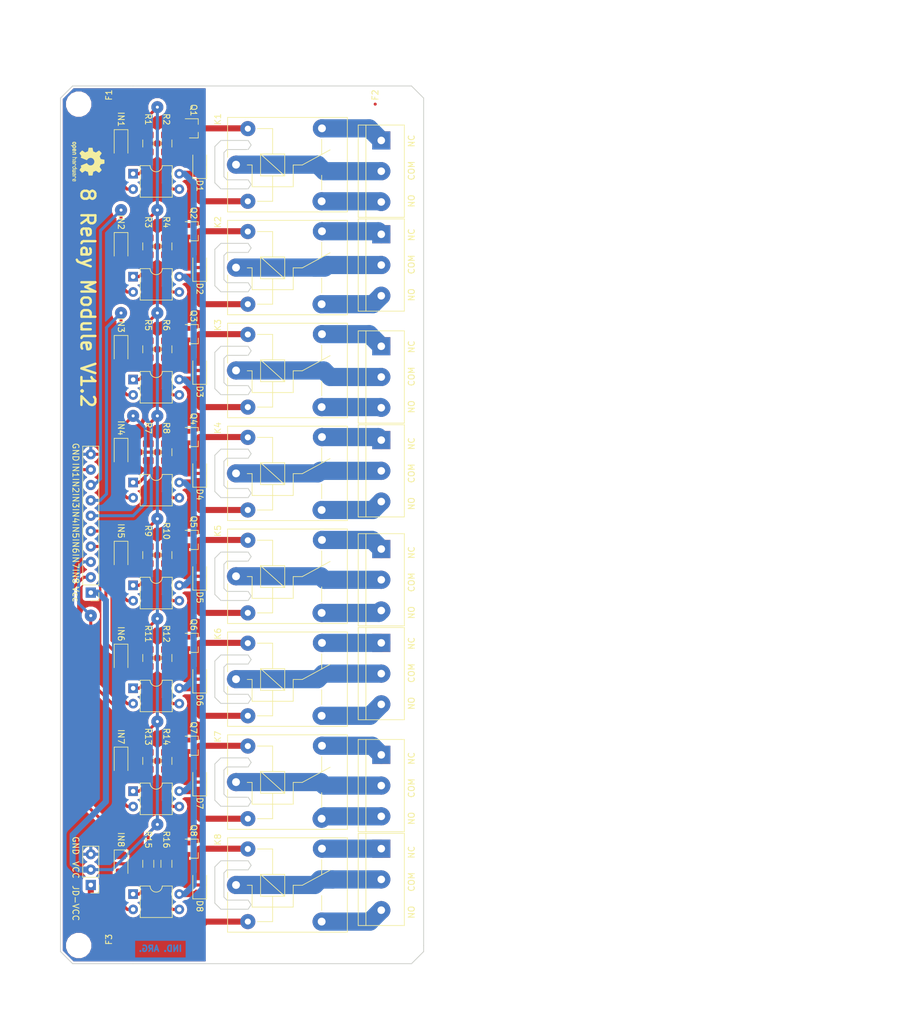
<source format=kicad_pcb>
(kicad_pcb (version 20171130) (host pcbnew 5.0.0-fee4fd1~66~ubuntu16.04.1)
  (title_block (title "Replica Reles") (date 2018-10-31) (rev 1.2) (company "Ing. Matias Alvarez") (comment 1 "Licencia: CERN OHL"))
  (layers (0 F.Cu signal) (31 B.Cu signal) (34 B.Paste user) (35 F.Paste user) (36 B.SilkS user) (37 F.SilkS user) (38 B.Mask user) (39 F.Mask user) (44 Edge.Cuts user))
  (net 0 "")
  (net 1 "Net-(D1-Pad2)")
  (net 2 /IN6)
  (net 3 "Net-(D2-Pad2)")
  (net 4 /IN3)
  (net 5 /IN8)
  (net 6 "Net-(D3-Pad2)")
  (net 7 "Net-(D4-Pad2)")
  (net 8 "Net-(D5-Pad2)")
  (net 9 "Net-(D6-Pad2)")
  (net 10 "Net-(D7-Pad2)")
  (net 11 /IN5)
  (net 12 "Net-(D8-Pad2)")
  (net 13 /IN2)
  (net 14 /IN7)
  (net 15 /IN4)
  (net 16 /IN1)
  (net 17 +5V)
  (net 18 GND)
  (net 19 "Net-(J2-Pad3)")
  (net 20 "Net-(J2-Pad2)")
  (net 21 "Net-(J2-Pad1)")
  (net 22 "Net-(J4-Pad3)")
  (net 23 "Net-(J4-Pad2)")
  (net 24 "Net-(J4-Pad1)")
  (net 25 "Net-(J5-Pad3)")
  (net 26 "Net-(J5-Pad2)")
  (net 27 "Net-(J5-Pad1)")
  (net 28 "Net-(J6-Pad3)")
  (net 29 "Net-(J6-Pad2)")
  (net 30 "Net-(J6-Pad1)")
  (net 31 "Net-(J7-Pad1)")
  (net 32 "Net-(J7-Pad2)")
  (net 33 "Net-(J7-Pad3)")
  (net 34 "Net-(J8-Pad1)")
  (net 35 "Net-(J8-Pad2)")
  (net 36 "Net-(J8-Pad3)")
  (net 37 "Net-(J9-Pad1)")
  (net 38 "Net-(J9-Pad2)")
  (net 39 "Net-(J9-Pad3)")
  (net 40 "Net-(R1-Pad2)")
  (net 41 "Net-(R2-Pad2)")
  (net 42 "Net-(R3-Pad2)")
  (net 43 "Net-(R4-Pad2)")
  (net 44 "Net-(R5-Pad2)")
  (net 45 "Net-(R6-Pad2)")
  (net 46 "Net-(R7-Pad2)")
  (net 47 "Net-(R8-Pad2)")
  (net 48 "Net-(R9-Pad2)")
  (net 49 "Net-(R10-Pad2)")
  (net 50 "Net-(R11-Pad2)")
  (net 51 "Net-(R12-Pad2)")
  (net 52 "Net-(R13-Pad2)")
  (net 53 "Net-(R14-Pad2)")
  (net 54 "Net-(R15-Pad2)")
  (net 55 "Net-(R16-Pad2)")
  (net 56 "Net-(IN1-Pad2)")
  (net 57 "Net-(IN2-Pad2)")
  (net 58 "Net-(IN3-Pad2)")
  (net 59 "Net-(IN4-Pad2)")
  (net 60 "Net-(IN5-Pad2)")
  (net 61 "Net-(IN6-Pad2)")
  (net 62 "Net-(IN7-Pad2)")
  (net 63 "Net-(IN8-Pad2)")
  (net 64 "Net-(J1-Pad1)")
  (net 65 "Net-(J1-Pad2)")
  (net 66 "Net-(J1-Pad3)")
  (net 67 "Net-(Q1-Pad1)")
  (net 68 "Net-(Q2-Pad1)")
  (net 69 "Net-(Q3-Pad1)")
  (net 70 "Net-(Q4-Pad1)")
  (net 71 "Net-(Q5-Pad1)")
  (net 72 "Net-(Q6-Pad1)")
  (net 73 "Net-(Q7-Pad1)")
  (net 74 "Net-(Q8-Pad1)")
  (net 75 VCC)
  (module Diode_SMD:D_1206_3216Metric (layer F.Cu) (at 63 94 90)
    (fp_text reference D4 (at -3.5 0 270 unlocked) (layer F.SilkS))
    (fp_text value 1N4148)
    (pad 2 smd roundrect (at 1.4 0 90) (size 1.25 1.75) (layers F.Cu F.Paste F.Mask) (roundrect_rratio 0.2) (net 7 "Net-(D4-Pad2)"))
    (pad 1 smd roundrect (at -1.4 0 90) (size 1.25 1.75) (layers F.Cu F.Paste F.Mask) (roundrect_rratio 0.2) (net 75 VCC))
  )
  (module Diode_SMD:D_1206_3216Metric (layer F.Cu) (at 63 111 90)
    (fp_text reference D5 (at -3.5 0 270 unlocked) (layer F.SilkS))
    (fp_text value 1N4148)
    (pad 1 smd roundrect (at -1.4 0 90) (size 1.25 1.75) (layers F.Cu F.Paste F.Mask) (roundrect_rratio 0.2) (net 75 VCC))
    (pad 2 smd roundrect (at 1.4 0 90) (size 1.25 1.75) (layers F.Cu F.Paste F.Mask) (roundrect_rratio 0.2) (net 8 "Net-(D5-Pad2)"))
  )
  (module Diode_SMD:D_1206_3216Metric (layer F.Cu) (at 63 128 90)
    (fp_text reference D6 (at -3.5 0 270 unlocked) (layer F.SilkS))
    (fp_text value 1N4148)
    (pad 1 smd roundrect (at -1.4 0 90) (size 1.25 1.75) (layers F.Cu F.Paste F.Mask) (roundrect_rratio 0.2) (net 75 VCC))
    (pad 2 smd roundrect (at 1.4 0 90) (size 1.25 1.75) (layers F.Cu F.Paste F.Mask) (roundrect_rratio 0.2) (net 9 "Net-(D6-Pad2)"))
  )
  (module Package_TO_SOT_SMD:SOT-23 (layer F.Cu) (at 62 37)
    (fp_text reference Q1 (at 0 -3 270 unlocked) (layer F.SilkS))
    (fp_text value S8050)
    (pad 1 smd rect (at -1 -0.95) (size 0.9 0.8) (layers F.Cu F.Paste F.Mask) (net 67 "Net-(Q1-Pad1)"))
    (pad 2 smd rect (at -1 0.95) (size 0.9 0.8) (layers F.Cu F.Paste F.Mask) (net 18 GND))
    (pad 3 smd rect (at 1 0) (size 0.9 0.8) (layers F.Cu F.Paste F.Mask) (net 1 "Net-(D1-Pad2)"))
  )
  (module Package_TO_SOT_SMD:SOT-23 (layer F.Cu) (at 62 54)
    (fp_text reference Q2 (at 0 -3 270 unlocked) (layer F.SilkS))
    (fp_text value S8050)
    (pad 1 smd rect (at -1 -0.95) (size 0.9 0.8) (layers F.Cu F.Paste F.Mask) (net 68 "Net-(Q2-Pad1)"))
    (pad 2 smd rect (at -1 0.95) (size 0.9 0.8) (layers F.Cu F.Paste F.Mask) (net 18 GND))
    (pad 3 smd rect (at 1 0) (size 0.9 0.8) (layers F.Cu F.Paste F.Mask) (net 3 "Net-(D2-Pad2)"))
  )
  (module Package_TO_SOT_SMD:SOT-23 (layer F.Cu) (at 62 71)
    (fp_text reference Q3 (at 0 -3 270 unlocked) (layer F.SilkS))
    (fp_text value S8050)
    (pad 3 smd rect (at 1 0) (size 0.9 0.8) (layers F.Cu F.Paste F.Mask) (net 6 "Net-(D3-Pad2)"))
    (pad 2 smd rect (at -1 0.95) (size 0.9 0.8) (layers F.Cu F.Paste F.Mask) (net 18 GND))
    (pad 1 smd rect (at -1 -0.95) (size 0.9 0.8) (layers F.Cu F.Paste F.Mask) (net 69 "Net-(Q3-Pad1)"))
  )
  (module Package_TO_SOT_SMD:SOT-23 (layer F.Cu) (at 62 88)
    (fp_text reference Q4 (at 0 -3 270 unlocked) (layer F.SilkS))
    (fp_text value S8050)
    (pad 1 smd rect (at -1 -0.95) (size 0.9 0.8) (layers F.Cu F.Paste F.Mask) (net 70 "Net-(Q4-Pad1)"))
    (pad 2 smd rect (at -1 0.95) (size 0.9 0.8) (layers F.Cu F.Paste F.Mask) (net 18 GND))
    (pad 3 smd rect (at 1 0) (size 0.9 0.8) (layers F.Cu F.Paste F.Mask) (net 7 "Net-(D4-Pad2)"))
  )
  (module Package_TO_SOT_SMD:SOT-23 (layer F.Cu) (at 62 105)
    (fp_text reference Q5 (at 0 -3 270 unlocked) (layer F.SilkS))
    (fp_text value S8050)
    (pad 3 smd rect (at 1 0) (size 0.9 0.8) (layers F.Cu F.Paste F.Mask) (net 8 "Net-(D5-Pad2)"))
    (pad 2 smd rect (at -1 0.95) (size 0.9 0.8) (layers F.Cu F.Paste F.Mask) (net 18 GND))
    (pad 1 smd rect (at -1 -0.95) (size 0.9 0.8) (layers F.Cu F.Paste F.Mask) (net 71 "Net-(Q5-Pad1)"))
  )
  (module Package_TO_SOT_SMD:SOT-23 (layer F.Cu) (at 62 122)
    (fp_text reference Q6 (at 0 -3 270 unlocked) (layer F.SilkS))
    (fp_text value S8050)
    (pad 1 smd rect (at -1 -0.95) (size 0.9 0.8) (layers F.Cu F.Paste F.Mask) (net 72 "Net-(Q6-Pad1)"))
    (pad 2 smd rect (at -1 0.95) (size 0.9 0.8) (layers F.Cu F.Paste F.Mask) (net 18 GND))
    (pad 3 smd rect (at 1 0) (size 0.9 0.8) (layers F.Cu F.Paste F.Mask) (net 9 "Net-(D6-Pad2)"))
  )
  (module Package_TO_SOT_SMD:SOT-23 (layer F.Cu) (at 62 139)
    (fp_text reference Q7 (at 0 -3 270 unlocked) (layer F.SilkS))
    (fp_text value S8050)
    (pad 3 smd rect (at 1 0) (size 0.9 0.8) (layers F.Cu F.Paste F.Mask) (net 10 "Net-(D7-Pad2)"))
    (pad 2 smd rect (at -1 0.95) (size 0.9 0.8) (layers F.Cu F.Paste F.Mask) (net 18 GND))
    (pad 1 smd rect (at -1 -0.95) (size 0.9 0.8) (layers F.Cu F.Paste F.Mask) (net 73 "Net-(Q7-Pad1)"))
  )
  (module Package_TO_SOT_SMD:SOT-23 (layer F.Cu) (at 62 156)
    (fp_text reference Q8 (at 0 -3 270 unlocked) (layer F.SilkS))
    (fp_text value S8050)
    (pad 3 smd rect (at 1 0) (size 0.9 0.8) (layers F.Cu F.Paste F.Mask) (net 12 "Net-(D8-Pad2)"))
    (pad 2 smd rect (at -1 0.95) (size 0.9 0.8) (layers F.Cu F.Paste F.Mask) (net 18 GND))
    (pad 1 smd rect (at -1 -0.95) (size 0.9 0.8) (layers F.Cu F.Paste F.Mask) (net 74 "Net-(Q8-Pad1)"))
  )
  (module Resistor_SMD:R_1206_3216Metric (layer F.Cu) (at 54.5 39.5 270)
    (fp_text reference R1 (at -4 0 270 unlocked) (layer F.SilkS))
    (fp_text value 1000)
    (pad 1 smd roundrect (at -1.4 0 270) (size 1.25 1.75) (layers F.Cu F.Paste F.Mask) (roundrect_rratio 0.2) (net 17 +5V))
    (pad 2 smd roundrect (at 1.4 0 270) (size 1.25 1.75) (layers F.Cu F.Paste F.Mask) (roundrect_rratio 0.2) (net 40 "Net-(R1-Pad2)"))
  )
  (module Resistor_SMD:R_1206_3216Metric (layer F.Cu) (at 57.5 39.5 270)
    (fp_text reference R2 (at -4 0 270 unlocked) (layer F.SilkS))
    (fp_text value 510)
    (pad 2 smd roundrect (at 1.4 0 270) (size 1.25 1.75) (layers F.Cu F.Paste F.Mask) (roundrect_rratio 0.2) (net 41 "Net-(R2-Pad2)"))
    (pad 1 smd roundrect (at -1.4 0 270) (size 1.25 1.75) (layers F.Cu F.Paste F.Mask) (roundrect_rratio 0.2) (net 67 "Net-(Q1-Pad1)"))
  )
  (module Resistor_SMD:R_1206_3216Metric (layer F.Cu) (at 54.5 56.5 270)
    (fp_text reference R3 (at -4 0 270 unlocked) (layer F.SilkS))
    (fp_text value 1000)
    (pad 2 smd roundrect (at 1.4 0 270) (size 1.25 1.75) (layers F.Cu F.Paste F.Mask) (roundrect_rratio 0.2) (net 42 "Net-(R3-Pad2)"))
    (pad 1 smd roundrect (at -1.4 0 270) (size 1.25 1.75) (layers F.Cu F.Paste F.Mask) (roundrect_rratio 0.2) (net 17 +5V))
  )
  (module Resistor_SMD:R_1206_3216Metric (layer F.Cu) (at 57.5 56.5 270)
    (fp_text reference R4 (at -4 0 270 unlocked) (layer F.SilkS))
    (fp_text value 510)
    (pad 1 smd roundrect (at -1.4 0 270) (size 1.25 1.75) (layers F.Cu F.Paste F.Mask) (roundrect_rratio 0.2) (net 68 "Net-(Q2-Pad1)"))
    (pad 2 smd roundrect (at 1.4 0 270) (size 1.25 1.75) (layers F.Cu F.Paste F.Mask) (roundrect_rratio 0.2) (net 43 "Net-(R4-Pad2)"))
  )
  (module Resistor_SMD:R_1206_3216Metric (layer F.Cu) (at 54.5 73.5 270)
    (fp_text reference R5 (at -4 0 270 unlocked) (layer F.SilkS))
    (fp_text value 1000)
    (pad 2 smd roundrect (at 1.4 0 270) (size 1.25 1.75) (layers F.Cu F.Paste F.Mask) (roundrect_rratio 0.2) (net 44 "Net-(R5-Pad2)"))
    (pad 1 smd roundrect (at -1.4 0 270) (size 1.25 1.75) (layers F.Cu F.Paste F.Mask) (roundrect_rratio 0.2) (net 17 +5V))
  )
  (module Resistor_SMD:R_1206_3216Metric (layer F.Cu) (at 57.5 73.5 270)
    (fp_text reference R6 (at -4 0 270 unlocked) (layer F.SilkS))
    (fp_text value 510)
    (pad 1 smd roundrect (at -1.4 0 270) (size 1.25 1.75) (layers F.Cu F.Paste F.Mask) (roundrect_rratio 0.2) (net 69 "Net-(Q3-Pad1)"))
    (pad 2 smd roundrect (at 1.4 0 270) (size 1.25 1.75) (layers F.Cu F.Paste F.Mask) (roundrect_rratio 0.2) (net 45 "Net-(R6-Pad2)"))
  )
  (module Resistor_SMD:R_1206_3216Metric (layer F.Cu) (at 54.5 90.5 270)
    (fp_text reference R7 (at -4 0 270 unlocked) (layer F.SilkS))
    (fp_text value 1000)
    (pad 2 smd roundrect (at 1.4 0 270) (size 1.25 1.75) (layers F.Cu F.Paste F.Mask) (roundrect_rratio 0.2) (net 46 "Net-(R7-Pad2)"))
    (pad 1 smd roundrect (at -1.4 0 270) (size 1.25 1.75) (layers F.Cu F.Paste F.Mask) (roundrect_rratio 0.2) (net 17 +5V))
  )
  (module Resistor_SMD:R_1206_3216Metric (layer F.Cu) (at 57.5 90.5 270)
    (fp_text reference R8 (at -4 0 270 unlocked) (layer F.SilkS))
    (fp_text value 510)
    (pad 1 smd roundrect (at -1.4 0 270) (size 1.25 1.75) (layers F.Cu F.Paste F.Mask) (roundrect_rratio 0.2) (net 70 "Net-(Q4-Pad1)"))
    (pad 2 smd roundrect (at 1.4 0 270) (size 1.25 1.75) (layers F.Cu F.Paste F.Mask) (roundrect_rratio 0.2) (net 47 "Net-(R8-Pad2)"))
  )
  (module Resistor_SMD:R_1206_3216Metric (layer F.Cu) (at 54.5 107.5 270)
    (fp_text reference R9 (at -4 0 270 unlocked) (layer F.SilkS))
    (fp_text value 1000)
    (pad 2 smd roundrect (at 1.4 0 270) (size 1.25 1.75) (layers F.Cu F.Paste F.Mask) (roundrect_rratio 0.2) (net 48 "Net-(R9-Pad2)"))
    (pad 1 smd roundrect (at -1.4 0 270) (size 1.25 1.75) (layers F.Cu F.Paste F.Mask) (roundrect_rratio 0.2) (net 17 +5V))
  )
  (module Resistor_SMD:R_1206_3216Metric (layer F.Cu) (at 57.5 107.5 270)
    (fp_text reference R10 (at -4 0 270 unlocked) (layer F.SilkS))
    (fp_text value 510)
    (pad 2 smd roundrect (at 1.4 0 270) (size 1.25 1.75) (layers F.Cu F.Paste F.Mask) (roundrect_rratio 0.2) (net 49 "Net-(R10-Pad2)"))
    (pad 1 smd roundrect (at -1.4 0 270) (size 1.25 1.75) (layers F.Cu F.Paste F.Mask) (roundrect_rratio 0.2) (net 71 "Net-(Q5-Pad1)"))
  )
  (module Resistor_SMD:R_1206_3216Metric (layer F.Cu) (at 54.5 124.5 270)
    (fp_text reference R11 (at -4 0 270 unlocked) (layer F.SilkS))
    (fp_text value 1000)
    (pad 2 smd roundrect (at 1.4 0 270) (size 1.25 1.75) (layers F.Cu F.Paste F.Mask) (roundrect_rratio 0.2) (net 50 "Net-(R11-Pad2)"))
    (pad 1 smd roundrect (at -1.4 0 270) (size 1.25 1.75) (layers F.Cu F.Paste F.Mask) (roundrect_rratio 0.2) (net 17 +5V))
  )
  (module Resistor_SMD:R_1206_3216Metric (layer F.Cu) (at 57.5 124.5 270)
    (fp_text reference R12 (at -4 0 270 unlocked) (layer F.SilkS))
    (fp_text value 510)
    (pad 2 smd roundrect (at 1.4 0 270) (size 1.25 1.75) (layers F.Cu F.Paste F.Mask) (roundrect_rratio 0.2) (net 51 "Net-(R12-Pad2)"))
    (pad 1 smd roundrect (at -1.4 0 270) (size 1.25 1.75) (layers F.Cu F.Paste F.Mask) (roundrect_rratio 0.2) (net 72 "Net-(Q6-Pad1)"))
  )
  (module Resistor_SMD:R_1206_3216Metric (layer F.Cu) (at 54.5 141.5 270)
    (fp_text reference R13 (at -4 0 270 unlocked) (layer F.SilkS))
    (fp_text value 1000)
    (pad 1 smd roundrect (at -1.4 0 270) (size 1.25 1.75) (layers F.Cu F.Paste F.Mask) (roundrect_rratio 0.2) (net 17 +5V))
    (pad 2 smd roundrect (at 1.4 0 270) (size 1.25 1.75) (layers F.Cu F.Paste F.Mask) (roundrect_rratio 0.2) (net 52 "Net-(R13-Pad2)"))
  )
  (module Resistor_SMD:R_1206_3216Metric (layer F.Cu) (at 57.5 141.5 270)
    (fp_text reference R14 (at -4 0 270 unlocked) (layer F.SilkS))
    (fp_text value 510)
    (pad 1 smd roundrect (at -1.4 0 270) (size 1.25 1.75) (layers F.Cu F.Paste F.Mask) (roundrect_rratio 0.2) (net 73 "Net-(Q7-Pad1)"))
    (pad 2 smd roundrect (at 1.4 0 270) (size 1.25 1.75) (layers F.Cu F.Paste F.Mask) (roundrect_rratio 0.2) (net 53 "Net-(R14-Pad2)"))
  )
  (module Resistor_SMD:R_1206_3216Metric (layer F.Cu) (at 54.5 158.5 270)
    (fp_text reference R15 (at -4 0 270 unlocked) (layer F.SilkS))
    (fp_text value 1000)
    (pad 1 smd roundrect (at -1.4 0 270) (size 1.25 1.75) (layers F.Cu F.Paste F.Mask) (roundrect_rratio 0.2) (net 17 +5V))
    (pad 2 smd roundrect (at 1.4 0 270) (size 1.25 1.75) (layers F.Cu F.Paste F.Mask) (roundrect_rratio 0.2) (net 54 "Net-(R15-Pad2)"))
  )
  (module Resistor_SMD:R_1206_3216Metric (layer F.Cu) (at 57.5 158.5 270)
    (fp_text reference R16 (at -4 0 270 unlocked) (layer F.SilkS))
    (fp_text value 510)
    (pad 1 smd roundrect (at -1.4 0 270) (size 1.25 1.75) (layers F.Cu F.Paste F.Mask) (roundrect_rratio 0.2) (net 74 "Net-(Q8-Pad1)"))
    (pad 2 smd roundrect (at 1.4 0 270) (size 1.25 1.75) (layers F.Cu F.Paste F.Mask) (roundrect_rratio 0.2) (net 55 "Net-(R16-Pad2)"))
  )
  (module Package_DIP:DIP-4_W7.62mm (layer F.Cu) (at 52 44.5)
    (fp_text reference U1 hide)
    (fp_text value PC817)
    (pad 4 thru_hole oval (at 7.62 0) (size 1.6 1.6) (drill 0.75) (layers *.Cu *.Mask) (net 75 VCC))
    (pad 2 thru_hole oval (at 0 2.54) (size 1.6 1.6) (drill 0.75) (layers *.Cu *.Mask) (net 56 "Net-(IN1-Pad2)"))
    (pad 3 thru_hole oval (at 7.62 2.54) (size 1.6 1.6) (drill 0.75) (layers *.Cu *.Mask) (net 41 "Net-(R2-Pad2)"))
    (pad 1 thru_hole rect (at 0 0) (size 1.6 1.6) (drill 0.75) (layers *.Cu *.Mask) (net 40 "Net-(R1-Pad2)"))
  )
  (module Package_DIP:DIP-4_W7.62mm (layer F.Cu) (at 52 61.5)
    (fp_text reference U2 hide)
    (fp_text value PC817)
    (pad 4 thru_hole oval (at 7.62 0) (size 1.6 1.6) (drill 0.75) (layers *.Cu *.Mask) (net 75 VCC))
    (pad 2 thru_hole oval (at 0 2.54) (size 1.6 1.6) (drill 0.75) (layers *.Cu *.Mask) (net 57 "Net-(IN2-Pad2)"))
    (pad 3 thru_hole oval (at 7.62 2.54) (size 1.6 1.6) (drill 0.75) (layers *.Cu *.Mask) (net 43 "Net-(R4-Pad2)"))
    (pad 1 thru_hole rect (at 0 0) (size 1.6 1.6) (drill 0.75) (layers *.Cu *.Mask) (net 42 "Net-(R3-Pad2)"))
  )
  (module Package_DIP:DIP-4_W7.62mm (layer F.Cu) (at 52 78.5)
    (fp_text reference U3 hide)
    (fp_text value PC817)
    (pad 1 thru_hole rect (at 0 0) (size 1.6 1.6) (drill 0.75) (layers *.Cu *.Mask) (net 44 "Net-(R5-Pad2)"))
    (pad 3 thru_hole oval (at 7.62 2.54) (size 1.6 1.6) (drill 0.75) (layers *.Cu *.Mask) (net 45 "Net-(R6-Pad2)"))
    (pad 2 thru_hole oval (at 0 2.54) (size 1.6 1.6) (drill 0.75) (layers *.Cu *.Mask) (net 58 "Net-(IN3-Pad2)"))
    (pad 4 thru_hole oval (at 7.62 0) (size 1.6 1.6) (drill 0.75) (layers *.Cu *.Mask) (net 75 VCC))
  )
  (module Package_DIP:DIP-4_W7.62mm (layer F.Cu) (at 52 95.5)
    (fp_text reference U4 hide)
    (fp_text value PC817)
    (pad 4 thru_hole oval (at 7.62 0) (size 1.6 1.6) (drill 0.75) (layers *.Cu *.Mask) (net 75 VCC))
    (pad 2 thru_hole oval (at 0 2.54) (size 1.6 1.6) (drill 0.75) (layers *.Cu *.Mask) (net 59 "Net-(IN4-Pad2)"))
    (pad 3 thru_hole oval (at 7.62 2.54) (size 1.6 1.6) (drill 0.75) (layers *.Cu *.Mask) (net 47 "Net-(R8-Pad2)"))
    (pad 1 thru_hole rect (at 0 0) (size 1.6 1.6) (drill 0.75) (layers *.Cu *.Mask) (net 46 "Net-(R7-Pad2)"))
  )
  (module Package_DIP:DIP-4_W7.62mm (layer F.Cu) (at 52 112.5)
    (fp_text reference U5 hide)
    (fp_text value PC817)
    (pad 1 thru_hole rect (at 0 0) (size 1.6 1.6) (drill 0.75) (layers *.Cu *.Mask) (net 48 "Net-(R9-Pad2)"))
    (pad 3 thru_hole oval (at 7.62 2.54) (size 1.6 1.6) (drill 0.75) (layers *.Cu *.Mask) (net 49 "Net-(R10-Pad2)"))
    (pad 2 thru_hole oval (at 0 2.54) (size 1.6 1.6) (drill 0.75) (layers *.Cu *.Mask) (net 60 "Net-(IN5-Pad2)"))
    (pad 4 thru_hole oval (at 7.62 0) (size 1.6 1.6) (drill 0.75) (layers *.Cu *.Mask) (net 75 VCC))
  )
  (module Package_DIP:DIP-4_W7.62mm (layer F.Cu) (at 52 129.5)
    (fp_text reference U6 hide)
    (fp_text value PC817)
    (pad 1 thru_hole rect (at 0 0) (size 1.6 1.6) (drill 0.75) (layers *.Cu *.Mask) (net 50 "Net-(R11-Pad2)"))
    (pad 3 thru_hole oval (at 7.62 2.54) (size 1.6 1.6) (drill 0.75) (layers *.Cu *.Mask) (net 51 "Net-(R12-Pad2)"))
    (pad 2 thru_hole oval (at 0 2.54) (size 1.6 1.6) (drill 0.75) (layers *.Cu *.Mask) (net 61 "Net-(IN6-Pad2)"))
    (pad 4 thru_hole oval (at 7.62 0) (size 1.6 1.6) (drill 0.75) (layers *.Cu *.Mask) (net 75 VCC))
  )
  (module Package_DIP:DIP-4_W7.62mm (layer F.Cu) (at 52 146.5)
    (fp_text reference U7 hide)
    (fp_text value PC817)
    (pad 1 thru_hole rect (at 0 0) (size 1.6 1.6) (drill 0.75) (layers *.Cu *.Mask) (net 52 "Net-(R13-Pad2)"))
    (pad 3 thru_hole oval (at 7.62 2.54) (size 1.6 1.6) (drill 0.75) (layers *.Cu *.Mask) (net 53 "Net-(R14-Pad2)"))
    (pad 2 thru_hole oval (at 0 2.54) (size 1.6 1.6) (drill 0.75) (layers *.Cu *.Mask) (net 62 "Net-(IN7-Pad2)"))
    (pad 4 thru_hole oval (at 7.62 0) (size 1.6 1.6) (drill 0.75) (layers *.Cu *.Mask) (net 75 VCC))
  )
  (module Package_DIP:DIP-4_W7.62mm (layer F.Cu) (at 52 163.5)
    (fp_text reference U8 hide)
    (fp_text value PC817)
    (pad 4 thru_hole oval (at 7.62 0) (size 1.6 1.6) (drill 0.75) (layers *.Cu *.Mask) (net 75 VCC))
    (pad 2 thru_hole oval (at 0 2.54) (size 1.6 1.6) (drill 0.75) (layers *.Cu *.Mask) (net 63 "Net-(IN8-Pad2)"))
    (pad 3 thru_hole oval (at 7.62 2.54) (size 1.6 1.6) (drill 0.75) (layers *.Cu *.Mask) (net 55 "Net-(R16-Pad2)"))
    (pad 1 thru_hole rect (at 0 0) (size 1.6 1.6) (drill 0.75) (layers *.Cu *.Mask) (net 54 "Net-(R15-Pad2)"))
  )
  (module TerminalBlock:TerminalBlock_bornier-3_P5.08mm (layer F.Cu) (at 93 54.5 270)
    (fp_text reference J2 hide)
    (fp_text value Bornera)
    (pad 3 thru_hole circle (at 10.16 0 270) (size 3 3) (drill 1.25) (layers B.Cu B.Mask) (net 19 "Net-(J2-Pad3)"))
    (pad 2 thru_hole circle (at 5.08 0 270) (size 3 3) (drill 1.25) (layers B.Cu B.Mask) (net 20 "Net-(J2-Pad2)"))
    (pad 1 thru_hole rect (at 0 0 270) (size 3 3) (drill 1.25) (layers B.Cu B.Mask) (net 21 "Net-(J2-Pad1)"))
  )
  (module TerminalBlock:TerminalBlock_bornier-3_P5.08mm (layer F.Cu) (at 93 73 270)
    (fp_text reference J4 hide)
    (fp_text value Bornera)
    (pad 3 thru_hole circle (at 10.16 0 270) (size 3 3) (drill 1.25) (layers B.Cu B.Mask) (net 22 "Net-(J4-Pad3)"))
    (pad 2 thru_hole circle (at 5.08 0 270) (size 3 3) (drill 1.25) (layers B.Cu B.Mask) (net 23 "Net-(J4-Pad2)"))
    (pad 1 thru_hole rect (at 0 0 270) (size 3 3) (drill 1.25) (layers B.Cu B.Mask) (net 24 "Net-(J4-Pad1)"))
  )
  (module TerminalBlock:TerminalBlock_bornier-3_P5.08mm (layer F.Cu) (at 93 88.5 270)
    (fp_text reference J5 hide)
    (fp_text value Bornera)
    (pad 3 thru_hole circle (at 10.16 0 270) (size 3 3) (drill 1.25) (layers B.Cu B.Mask) (net 25 "Net-(J5-Pad3)"))
    (pad 2 thru_hole circle (at 5.08 0 270) (size 3 3) (drill 1.25) (layers B.Cu B.Mask) (net 26 "Net-(J5-Pad2)"))
    (pad 1 thru_hole rect (at 0 0 270) (size 3 3) (drill 1.25) (layers B.Cu B.Mask) (net 27 "Net-(J5-Pad1)"))
  )
  (module TerminalBlock:TerminalBlock_bornier-3_P5.08mm (layer F.Cu) (at 93 122 270)
    (fp_text reference J7 hide)
    (fp_text value Bornera)
    (pad 1 thru_hole rect (at 0 0 270) (size 3 3) (drill 1.25) (layers B.Cu B.Mask) (net 31 "Net-(J7-Pad1)"))
    (pad 2 thru_hole circle (at 5.08 0 270) (size 3 3) (drill 1.25) (layers B.Cu B.Mask) (net 32 "Net-(J7-Pad2)"))
    (pad 3 thru_hole circle (at 10.16 0 270) (size 3 3) (drill 1.25) (layers B.Cu B.Mask) (net 33 "Net-(J7-Pad3)"))
  )
  (module TerminalBlock:TerminalBlock_bornier-3_P5.08mm (layer F.Cu) (at 93 140.5 270)
    (fp_text reference J8 hide)
    (fp_text value Bornera)
    (pad 1 thru_hole rect (at 0 0 270) (size 3 3) (drill 1.25) (layers B.Cu B.Mask) (net 34 "Net-(J8-Pad1)"))
    (pad 2 thru_hole circle (at 5.08 0 270) (size 3 3) (drill 1.25) (layers B.Cu B.Mask) (net 35 "Net-(J8-Pad2)"))
    (pad 3 thru_hole circle (at 10.16 0 270) (size 3 3) (drill 1.25) (layers B.Cu B.Mask) (net 36 "Net-(J8-Pad3)"))
  )
  (module TerminalBlock:TerminalBlock_bornier-3_P5.08mm (layer F.Cu) (at 93 156 270)
    (fp_text reference J9 hide)
    (fp_text value Bornera)
    (pad 1 thru_hole rect (at 0 0 270) (size 3 3) (drill 1.25) (layers B.Cu B.Mask) (net 37 "Net-(J9-Pad1)"))
    (pad 2 thru_hole circle (at 5.08 0 270) (size 3 3) (drill 1.25) (layers B.Cu B.Mask) (net 38 "Net-(J9-Pad2)"))
    (pad 3 thru_hole circle (at 10.16 0 270) (size 3 3) (drill 1.25) (layers B.Cu B.Mask) (net 39 "Net-(J9-Pad3)"))
  )
  (module Diode_SMD:D_1206_3216Metric (layer F.Cu) (at 63 43 90)
    (fp_text reference D1 (at -3.5 0 270 unlocked) (layer F.SilkS))
    (fp_text value 1N4148)
    (pad 2 smd roundrect (at 1.4 0 90) (size 1.25 1.75) (layers F.Cu F.Paste F.Mask) (roundrect_rratio 0.2) (net 1 "Net-(D1-Pad2)"))
    (pad 1 smd roundrect (at -1.4 0 90) (size 1.25 1.75) (layers F.Cu F.Paste F.Mask) (roundrect_rratio 0.2) (net 75 VCC))
  )
  (module Diode_SMD:D_1206_3216Metric (layer F.Cu) (at 63 60 90)
    (fp_text reference D2 (at -3.5 0 270 unlocked) (layer F.SilkS))
    (fp_text value 1N4148)
    (pad 2 smd roundrect (at 1.4 0 90) (size 1.25 1.75) (layers F.Cu F.Paste F.Mask) (roundrect_rratio 0.2) (net 3 "Net-(D2-Pad2)"))
    (pad 1 smd roundrect (at -1.4 0 90) (size 1.25 1.75) (layers F.Cu F.Paste F.Mask) (roundrect_rratio 0.2) (net 75 VCC))
  )
  (module Diode_SMD:D_1206_3216Metric (layer F.Cu) (at 63 77 90)
    (fp_text reference D3 (at -3.5 0 270 unlocked) (layer F.SilkS))
    (fp_text value 1N4148)
    (pad 1 smd roundrect (at -1.4 0 90) (size 1.25 1.75) (layers F.Cu F.Paste F.Mask) (roundrect_rratio 0.2) (net 75 VCC))
    (pad 2 smd roundrect (at 1.4 0 90) (size 1.25 1.75) (layers F.Cu F.Paste F.Mask) (roundrect_rratio 0.2) (net 6 "Net-(D3-Pad2)"))
  )
  (module Diode_SMD:D_1206_3216Metric (layer F.Cu) (at 63 145 90)
    (fp_text reference D7 (at -3.5 0 270 unlocked) (layer F.SilkS))
    (fp_text value 1N4148)
    (pad 1 smd roundrect (at -1.4 0 90) (size 1.25 1.75) (layers F.Cu F.Paste F.Mask) (roundrect_rratio 0.2) (net 75 VCC))
    (pad 2 smd roundrect (at 1.4 0 90) (size 1.25 1.75) (layers F.Cu F.Paste F.Mask) (roundrect_rratio 0.2) (net 10 "Net-(D7-Pad2)"))
  )
  (module Diode_SMD:D_1206_3216Metric (layer F.Cu) (at 63 162 90)
    (fp_text reference D8 (at -3.5 0 270 unlocked) (layer F.SilkS))
    (fp_text value 1N4148)
    (pad 1 smd roundrect (at -1.4 0 90) (size 1.25 1.75) (layers F.Cu F.Paste F.Mask) (roundrect_rratio 0.2) (net 75 VCC))
    (pad 2 smd roundrect (at 1.4 0 90) (size 1.25 1.75) (layers F.Cu F.Paste F.Mask) (roundrect_rratio 0.2) (net 12 "Net-(D8-Pad2)"))
  )
  (module LED_SMD:LED_1206_3216Metric (layer F.Cu) (at 50 39.5 270)
    (fp_text reference IN1 (at -4 0 270 unlocked) (layer F.SilkS))
    (fp_text value "LED ROJO SMD")
    (pad 1 smd roundrect (at -1.4 0 270) (size 1.25 1.75) (layers F.Cu F.Paste F.Mask) (roundrect_rratio 0.2) (net 16 /IN1))
    (pad 2 smd roundrect (at 1.4 0 270) (size 1.25 1.75) (layers F.Cu F.Paste F.Mask) (roundrect_rratio 0.2) (net 56 "Net-(IN1-Pad2)"))
  )
  (module LED_SMD:LED_1206_3216Metric (layer F.Cu) (at 50 56.5 270)
    (fp_text reference IN2 (at -4 0 270 unlocked) (layer F.SilkS))
    (fp_text value "LED ROJO SMD")
    (pad 1 smd roundrect (at -1.4 0 270) (size 1.25 1.75) (layers F.Cu F.Paste F.Mask) (roundrect_rratio 0.2) (net 13 /IN2))
    (pad 2 smd roundrect (at 1.4 0 270) (size 1.25 1.75) (layers F.Cu F.Paste F.Mask) (roundrect_rratio 0.2) (net 57 "Net-(IN2-Pad2)"))
  )
  (module LED_SMD:LED_1206_3216Metric (layer F.Cu) (at 50 73.5 270)
    (fp_text reference IN3 (at -4 0 270 unlocked) (layer F.SilkS))
    (fp_text value "LED ROJO SMD")
    (pad 2 smd roundrect (at 1.4 0 270) (size 1.25 1.75) (layers F.Cu F.Paste F.Mask) (roundrect_rratio 0.2) (net 58 "Net-(IN3-Pad2)"))
    (pad 1 smd roundrect (at -1.4 0 270) (size 1.25 1.75) (layers F.Cu F.Paste F.Mask) (roundrect_rratio 0.2) (net 4 /IN3))
  )
  (module LED_SMD:LED_1206_3216Metric (layer F.Cu) (at 50 90.5 270)
    (fp_text reference IN4 (at -4 0 270 unlocked) (layer F.SilkS))
    (fp_text value "LED ROJO SMD")
    (pad 2 smd roundrect (at 1.4 0 270) (size 1.25 1.75) (layers F.Cu F.Paste F.Mask) (roundrect_rratio 0.2) (net 59 "Net-(IN4-Pad2)"))
    (pad 1 smd roundrect (at -1.4 0 270) (size 1.25 1.75) (layers F.Cu F.Paste F.Mask) (roundrect_rratio 0.2) (net 15 /IN4))
  )
  (module LED_SMD:LED_1206_3216Metric (layer F.Cu) (at 50 107.5 270)
    (fp_text reference IN5 (at -4 0 270 unlocked) (layer F.SilkS))
    (fp_text value "LED ROJO SMD")
    (pad 1 smd roundrect (at -1.4 0 270) (size 1.25 1.75) (layers F.Cu F.Paste F.Mask) (roundrect_rratio 0.2) (net 11 /IN5))
    (pad 2 smd roundrect (at 1.4 0 270) (size 1.25 1.75) (layers F.Cu F.Paste F.Mask) (roundrect_rratio 0.2) (net 60 "Net-(IN5-Pad2)"))
  )
  (module LED_SMD:LED_1206_3216Metric (layer F.Cu) (at 50 124.5 270)
    (fp_text reference IN6 (at -4 0 270 unlocked) (layer F.SilkS))
    (fp_text value "LED ROJO SMD")
    (pad 2 smd roundrect (at 1.4 0 270) (size 1.25 1.75) (layers F.Cu F.Paste F.Mask) (roundrect_rratio 0.2) (net 61 "Net-(IN6-Pad2)"))
    (pad 1 smd roundrect (at -1.4 0 270) (size 1.25 1.75) (layers F.Cu F.Paste F.Mask) (roundrect_rratio 0.2) (net 2 /IN6))
  )
  (module LED_SMD:LED_1206_3216Metric (layer F.Cu) (at 50 141.5 270)
    (fp_text reference IN7 (at -4 0 270 unlocked) (layer F.SilkS))
    (fp_text value "LED ROJO SMD")
    (pad 2 smd roundrect (at 1.4 0 270) (size 1.25 1.75) (layers F.Cu F.Paste F.Mask) (roundrect_rratio 0.2) (net 62 "Net-(IN7-Pad2)"))
    (pad 1 smd roundrect (at -1.4 0 270) (size 1.25 1.75) (layers F.Cu F.Paste F.Mask) (roundrect_rratio 0.2) (net 14 /IN7))
  )
  (module LED_SMD:LED_1206_3216Metric (layer F.Cu) (at 50 158.5 270)
    (fp_text reference IN8 (at -4 0 270 unlocked) (layer F.SilkS))
    (fp_text value "LED ROJO SMD")
    (pad 2 smd roundrect (at 1.4 0 270) (size 1.25 1.75) (layers F.Cu F.Paste F.Mask) (roundrect_rratio 0.2) (net 63 "Net-(IN8-Pad2)"))
    (pad 1 smd roundrect (at -1.4 0 270) (size 1.25 1.75) (layers F.Cu F.Paste F.Mask) (roundrect_rratio 0.2) (net 5 /IN8))
  )
  (module TerminalBlock:TerminalBlock_bornier-3_P5.08mm (layer F.Cu) (at 93 39 270)
    (fp_text reference J1 hide)
    (fp_text value Bornera)
    (pad 1 thru_hole rect (at 0 0 270) (size 3 3) (drill 1.25) (layers B.Cu B.Mask) (net 64 "Net-(J1-Pad1)"))
    (pad 2 thru_hole circle (at 5.08 0 270) (size 3 3) (drill 1.25) (layers B.Cu B.Mask) (net 65 "Net-(J1-Pad2)"))
    (pad 3 thru_hole circle (at 10.16 0 270) (size 3 3) (drill 1.25) (layers B.Cu B.Mask) (net 66 "Net-(J1-Pad3)"))
  )
  (module MountingHole:MountingHole_3.2mm_M3_ISO14580 (layer F.Cu) (at 43 33)
    (fp_text reference MH1 hide)
    (fp_text value MountingHole)
    (pad 1 np_thru_hole circle (at 0 0) (size 3.2 3.2) (drill 3.2) (layers *.Cu *.Mask))
  )
  (module MountingHole:MountingHole_3.2mm_M3_ISO14580 (layer F.Cu) (at 97 33)
    (fp_text reference MH2 hide)
    (fp_text value MountingHole)
    (pad 1 np_thru_hole circle (at 0 0) (size 3.2 3.2) (drill 3.2) (layers *.Cu *.Mask))
  )
  (module MountingHole:MountingHole_3.2mm_M3_ISO14580 (layer F.Cu) (at 43 172)
    (fp_text reference MH3 hide)
    (fp_text value MountingHole)
    (pad 1 np_thru_hole circle (at 0 0) (size 3.2 3.2) (drill 3.2) (layers *.Cu *.Mask))
  )
  (module MountingHole:MountingHole_3.2mm_M3_ISO14580 (layer F.Cu) (at 97 172)
    (fp_text reference MH4 hide)
    (fp_text value MountingHole)
    (pad 1 np_thru_hole circle (at 0 0) (size 3.2 3.2) (drill 3.2) (layers *.Cu *.Mask))
  )
  (module Connector_PinHeader_2.54mm:PinHeader_1x10_P2.54mm_Vertical (layer F.Cu) (at 45 113.7 180)
    (fp_text reference J3 hide)
    (fp_text value "Tira de Pines Macho")
    (pad 1 thru_hole rect (at 0 0 180) (size 1.7 1.7) (drill 0.75) (layers *.Cu *.Mask) (net 17 +5V))
    (pad 2 thru_hole oval (at 0 2.54 180) (size 1.7 1.7) (drill 0.75) (layers *.Cu *.Mask) (net 5 /IN8))
    (pad 3 thru_hole oval (at 0 5.08 180) (size 1.7 1.7) (drill 0.75) (layers *.Cu *.Mask) (net 14 /IN7))
    (pad 4 thru_hole oval (at 0 7.62 180) (size 1.7 1.7) (drill 0.75) (layers *.Cu *.Mask) (net 2 /IN6))
    (pad 5 thru_hole oval (at 0 10.16 180) (size 1.7 1.7) (drill 0.75) (layers *.Cu *.Mask) (net 11 /IN5))
    (pad 6 thru_hole oval (at 0 12.7 180) (size 1.7 1.7) (drill 0.75) (layers *.Cu *.Mask) (net 15 /IN4))
    (pad 7 thru_hole oval (at 0 15.24 180) (size 1.7 1.7) (drill 0.75) (layers *.Cu *.Mask) (net 4 /IN3))
    (pad 8 thru_hole oval (at 0 17.78 180) (size 1.7 1.7) (drill 0.75) (layers *.Cu *.Mask) (net 13 /IN2))
    (pad 9 thru_hole oval (at 0 20.32 180) (size 1.7 1.7) (drill 0.75) (layers *.Cu *.Mask) (net 16 /IN1))
    (pad 10 thru_hole oval (at 0 22.86 180) (size 1.7 1.7) (drill 0.75) (layers *.Cu *.Mask) (net 18 GND))
  )
  (module TerminalBlock:TerminalBlock_bornier-3_P5.08mm (layer F.Cu) (at 93 106.5 270)
    (fp_text reference J6 hide)
    (fp_text value Bornera)
    (pad 1 thru_hole rect (at 0 0 270) (size 3 3) (drill 1.25) (layers B.Cu B.Mask) (net 30 "Net-(J6-Pad1)"))
    (pad 2 thru_hole circle (at 5.08 0 270) (size 3 3) (drill 1.25) (layers B.Cu B.Mask) (net 29 "Net-(J6-Pad2)"))
    (pad 3 thru_hole circle (at 10.16 0 270) (size 3 3) (drill 1.25) (layers B.Cu B.Mask) (net 28 "Net-(J6-Pad3)"))
  )
  (module Connector_PinHeader_2.54mm:PinHeader_1x03_P2.54mm_Vertical (layer F.Cu) (at 45 162 180)
    (fp_text reference J10 hide)
    (fp_text value "Tira de Pines Macho")
    (pad 1 thru_hole rect (at 0 0 180) (size 1.7 1.7) (drill 0.75) (layers *.Cu *.Mask) (net 75 VCC))
    (pad 2 thru_hole oval (at 0 2.54 180) (size 1.7 1.7) (drill 0.75) (layers *.Cu *.Mask) (net 17 +5V))
    (pad 3 thru_hole oval (at 0 5.08 180) (size 1.7 1.7) (drill 0.75) (layers *.Cu *.Mask) (net 18 GND))
  )
  (module Fiducial:Fiducial_0.5mm_Dia_1mm_Outer (layer F.Cu) (at 48 33)
    (fp_text reference F1 (at 0 -1.5 -90) (layer F.SilkS))
    (fp_text value Fiducial)
    (pad ~ smd circle (at 0 0) (size 0.5 0.5) (layers F.Cu F.Mask) (clearance 0.25))
  )
  (module SONGLE_THT:Relay_SPDT_SONGLE_SRD_Series_Form_C (layer F.Cu) (at 69 43)
    (fp_text reference K1 (at -3 -7.5 -90) (layer F.SilkS))
    (fp_text value SONGLE_SRD_Form_C)
    (pad 1 thru_hole circle (at 0 0 90) (size 3 3) (drill 1.3) (layers *.Cu *.Mask) (net 65 "Net-(J1-Pad2)"))
    (pad 2 thru_hole circle (at 1.95 -5.95 90) (size 2.5 2.5) (drill 1) (layers *.Cu *.Mask) (net 1 "Net-(D1-Pad2)"))
    (pad 4 thru_hole circle (at 14.2 -6 90) (size 3 3) (drill 1.3) (layers *.Cu *.Mask) (net 64 "Net-(J1-Pad1)"))
    (pad 3 thru_hole circle (at 14.15 6.05 90) (size 3 3) (drill 1.3) (layers *.Cu *.Mask) (net 66 "Net-(J1-Pad3)"))
    (pad 5 thru_hole circle (at 1.95 6.05 90) (size 2.5 2.5) (drill 1) (layers *.Cu *.Mask) (net 75 VCC))
  )
  (module SONGLE_THT:Relay_SPDT_SONGLE_SRD_Series_Form_C (layer F.Cu) (at 69 60)
    (fp_text reference K2 (at -3 -7.5 -90) (layer F.SilkS))
    (fp_text value SONGLE_SRD_Form_C)
    (pad 1 thru_hole circle (at 0 0 90) (size 3 3) (drill 1.3) (layers *.Cu *.Mask) (net 20 "Net-(J2-Pad2)"))
    (pad 2 thru_hole circle (at 1.95 -5.95 90) (size 2.5 2.5) (drill 1) (layers *.Cu *.Mask) (net 3 "Net-(D2-Pad2)"))
    (pad 4 thru_hole circle (at 14.2 -6 90) (size 3 3) (drill 1.3) (layers *.Cu *.Mask) (net 21 "Net-(J2-Pad1)"))
    (pad 3 thru_hole circle (at 14.15 6.05 90) (size 3 3) (drill 1.3) (layers *.Cu *.Mask) (net 19 "Net-(J2-Pad3)"))
    (pad 5 thru_hole circle (at 1.95 6.05 90) (size 2.5 2.5) (drill 1) (layers *.Cu *.Mask) (net 75 VCC))
  )
  (module SONGLE_THT:Relay_SPDT_SONGLE_SRD_Series_Form_C (layer F.Cu) (at 69 77)
    (fp_text reference K3 (at -3 -7.5 -90) (layer F.SilkS))
    (fp_text value SONGLE_SRD_Form_C)
    (pad 5 thru_hole circle (at 1.95 6.05 90) (size 2.5 2.5) (drill 1) (layers *.Cu *.Mask) (net 75 VCC))
    (pad 3 thru_hole circle (at 14.15 6.05 90) (size 3 3) (drill 1.3) (layers *.Cu *.Mask) (net 22 "Net-(J4-Pad3)"))
    (pad 4 thru_hole circle (at 14.2 -6 90) (size 3 3) (drill 1.3) (layers *.Cu *.Mask) (net 24 "Net-(J4-Pad1)"))
    (pad 2 thru_hole circle (at 1.95 -5.95 90) (size 2.5 2.5) (drill 1) (layers *.Cu *.Mask) (net 6 "Net-(D3-Pad2)"))
    (pad 1 thru_hole circle (at 0 0 90) (size 3 3) (drill 1.3) (layers *.Cu *.Mask) (net 23 "Net-(J4-Pad2)"))
  )
  (module SONGLE_THT:Relay_SPDT_SONGLE_SRD_Series_Form_C (layer F.Cu) (at 69 94)
    (fp_text reference K4 (at -3 -7.5 -90) (layer F.SilkS))
    (fp_text value SONGLE_SRD_Form_C)
    (pad 1 thru_hole circle (at 0 0 90) (size 3 3) (drill 1.3) (layers *.Cu *.Mask) (net 26 "Net-(J5-Pad2)"))
    (pad 2 thru_hole circle (at 1.95 -5.95 90) (size 2.5 2.5) (drill 1) (layers *.Cu *.Mask) (net 7 "Net-(D4-Pad2)"))
    (pad 4 thru_hole circle (at 14.2 -6 90) (size 3 3) (drill 1.3) (layers *.Cu *.Mask) (net 27 "Net-(J5-Pad1)"))
    (pad 3 thru_hole circle (at 14.15 6.05 90) (size 3 3) (drill 1.3) (layers *.Cu *.Mask) (net 25 "Net-(J5-Pad3)"))
    (pad 5 thru_hole circle (at 1.95 6.05 90) (size 2.5 2.5) (drill 1) (layers *.Cu *.Mask) (net 75 VCC))
  )
  (module SONGLE_THT:Relay_SPDT_SONGLE_SRD_Series_Form_C (layer F.Cu) (at 69 111)
    (fp_text reference K5 (at -3 -7.5 -90) (layer F.SilkS))
    (fp_text value SONGLE_SRD_Form_C)
    (pad 5 thru_hole circle (at 1.95 6.05 90) (size 2.5 2.5) (drill 1) (layers *.Cu *.Mask) (net 75 VCC))
    (pad 3 thru_hole circle (at 14.15 6.05 90) (size 3 3) (drill 1.3) (layers *.Cu *.Mask) (net 28 "Net-(J6-Pad3)"))
    (pad 4 thru_hole circle (at 14.2 -6 90) (size 3 3) (drill 1.3) (layers *.Cu *.Mask) (net 30 "Net-(J6-Pad1)"))
    (pad 2 thru_hole circle (at 1.95 -5.95 90) (size 2.5 2.5) (drill 1) (layers *.Cu *.Mask) (net 8 "Net-(D5-Pad2)"))
    (pad 1 thru_hole circle (at 0 0 90) (size 3 3) (drill 1.3) (layers *.Cu *.Mask) (net 29 "Net-(J6-Pad2)"))
  )
  (module SONGLE_THT:Relay_SPDT_SONGLE_SRD_Series_Form_C (layer F.Cu) (at 69 128)
    (fp_text reference K6 (at -3 -7.5 -90) (layer F.SilkS))
    (fp_text value SONGLE_SRD_Form_C)
    (pad 5 thru_hole circle (at 1.95 6.05 90) (size 2.5 2.5) (drill 1) (layers *.Cu *.Mask) (net 75 VCC))
    (pad 3 thru_hole circle (at 14.15 6.05 90) (size 3 3) (drill 1.3) (layers *.Cu *.Mask) (net 33 "Net-(J7-Pad3)"))
    (pad 4 thru_hole circle (at 14.2 -6 90) (size 3 3) (drill 1.3) (layers *.Cu *.Mask) (net 31 "Net-(J7-Pad1)"))
    (pad 2 thru_hole circle (at 1.95 -5.95 90) (size 2.5 2.5) (drill 1) (layers *.Cu *.Mask) (net 9 "Net-(D6-Pad2)"))
    (pad 1 thru_hole circle (at 0 0 90) (size 3 3) (drill 1.3) (layers *.Cu *.Mask) (net 32 "Net-(J7-Pad2)"))
  )
  (module SONGLE_THT:Relay_SPDT_SONGLE_SRD_Series_Form_C (layer F.Cu) (at 69 145)
    (fp_text reference K7 (at -3 -7.5 -90) (layer F.SilkS))
    (fp_text value SONGLE_SRD_Form_C)
    (pad 1 thru_hole circle (at 0 0 90) (size 3 3) (drill 1.3) (layers *.Cu *.Mask) (net 35 "Net-(J8-Pad2)"))
    (pad 2 thru_hole circle (at 1.95 -5.95 90) (size 2.5 2.5) (drill 1) (layers *.Cu *.Mask) (net 10 "Net-(D7-Pad2)"))
    (pad 4 thru_hole circle (at 14.2 -6 90) (size 3 3) (drill 1.3) (layers *.Cu *.Mask) (net 34 "Net-(J8-Pad1)"))
    (pad 3 thru_hole circle (at 14.15 6.05 90) (size 3 3) (drill 1.3) (layers *.Cu *.Mask) (net 36 "Net-(J8-Pad3)"))
    (pad 5 thru_hole circle (at 1.95 6.05 90) (size 2.5 2.5) (drill 1) (layers *.Cu *.Mask) (net 75 VCC))
  )
  (module SONGLE_THT:Relay_SPDT_SONGLE_SRD_Series_Form_C (layer F.Cu) (at 69 162)
    (fp_text reference K8 (at -3 -7.5 -90) (layer F.SilkS))
    (fp_text value SONGLE_SRD_Form_C)
    (pad 5 thru_hole circle (at 1.95 6.05 90) (size 2.5 2.5) (drill 1) (layers *.Cu *.Mask) (net 75 VCC))
    (pad 3 thru_hole circle (at 14.15 6.05 90) (size 3 3) (drill 1.3) (layers *.Cu *.Mask) (net 39 "Net-(J9-Pad3)"))
    (pad 4 thru_hole circle (at 14.2 -6 90) (size 3 3) (drill 1.3) (layers *.Cu *.Mask) (net 37 "Net-(J9-Pad1)"))
    (pad 2 thru_hole circle (at 1.95 -5.95 90) (size 2.5 2.5) (drill 1) (layers *.Cu *.Mask) (net 12 "Net-(D8-Pad2)"))
    (pad 1 thru_hole circle (at 0 0 90) (size 3 3) (drill 1.3) (layers *.Cu *.Mask) (net 38 "Net-(J9-Pad2)"))
  )
  (module Fiducial:Fiducial_0.5mm_Dia_1mm_Outer (layer F.Cu) (at 92 33)
    (fp_text reference F2 (at 0 -1.5 -90) (layer F.SilkS))
    (fp_text value Fiducial)
    (pad ~ smd circle (at 0 0) (size 0.5 0.5) (layers F.Cu F.Mask) (clearance 0.25))
  )
  (module Fiducial:Fiducial_0.5mm_Dia_1mm_Outer (layer F.Cu) (at 48 172.5)
    (fp_text reference F3 (at 0 -1.5 -90) (layer F.SilkS))
    (fp_text value Fiducial)
    (pad ~ smd circle (at 0 0) (size 0.5 0.5) (layers F.Cu F.Mask) (clearance 0.25))
  )
  (module Symbol:OSHW-Logo2_7.3x6mm_SilkScreen (layer F.Cu) (at 44.5 42.5 270)
    (fp_text reference REF** hide)
    (fp_text value OSHW-Logo2_7.3x6mm_SilkScreen hide)
  )
  (gr_text "IND. ARG." (at 56.5 172.5) (layer B.Cu) (effects (font (size 1 1) (thickness 0.25)) (justify mirror)))
  (gr_text "8 Relay Module V1.2" (at 44.5 65 270) (layer F.SilkS) (effects (font (size 2.3 2.3) (thickness 0.4))))
  (gr_text GND (at 42.5 155.5 270) (layer F.SilkS) (effects (font (size 1 1))))
  (gr_text "JD-VCC\n" (at 42.5 165 270) (layer F.SilkS) (effects (font (size 1 1))))
  (gr_text "VCC\n" (at 42.5 159.5 270) (layer F.SilkS) (effects (font (size 1 1))))
  (gr_text COM (at 98 161.5 90) (layer F.SilkS) (effects (font (size 1 1))))
  (gr_text "NC\n" (at 98 156.5906 90) (layer F.SilkS) (effects (font (size 1 1))))
  (gr_text NO (at 98 166.5 90) (layer F.SilkS) (effects (font (size 1 1))))
  (gr_text COM (at 98 146 90) (layer F.SilkS) (effects (font (size 1 1))))
  (gr_text "NC\n" (at 98 141.0906 90) (layer F.SilkS) (effects (font (size 1 1))))
  (gr_text NO (at 98 151 90) (layer F.SilkS) (effects (font (size 1 1))))
  (gr_text COM (at 98 127 90) (layer F.SilkS) (effects (font (size 1 1))))
  (gr_text "NC\n" (at 98 122.0906 90) (layer F.SilkS) (effects (font (size 1 1))))
  (gr_text NO (at 98 132 90) (layer F.SilkS) (effects (font (size 1 1))))
  (gr_text COM (at 98 112 90) (layer F.SilkS) (effects (font (size 1 1))))
  (gr_text "NC\n" (at 98 107.0906 90) (layer F.SilkS) (effects (font (size 1 1))))
  (gr_text NO (at 98 117 90) (layer F.SilkS) (effects (font (size 1 1))))
  (gr_text COM (at 98 94 90) (layer F.SilkS) (effects (font (size 1 1))))
  (gr_text "NC\n" (at 98 89.0906 90) (layer F.SilkS) (effects (font (size 1 1))))
  (gr_text NO (at 98 99 90) (layer F.SilkS) (effects (font (size 1 1))))
  (gr_text COM (at 98 78 90) (layer F.SilkS) (effects (font (size 1 1))))
  (gr_text "NC\n" (at 98 73.0906 90) (layer F.SilkS) (effects (font (size 1 1))))
  (gr_text NO (at 98 83 90) (layer F.SilkS) (effects (font (size 1 1))))
  (gr_text COM (at 98 59.5 90) (layer F.SilkS) (effects (font (size 1 1))))
  (gr_text "NC\n" (at 98 54.5906 90) (layer F.SilkS) (effects (font (size 1 1))))
  (gr_text NO (at 98 64.5 90) (layer F.SilkS) (effects (font (size 1 1))))
  (gr_text NO (at 98 49 90) (layer F.SilkS) (effects (font (size 1 1))))
  (gr_text COM (at 98 44 90) (layer F.SilkS) (effects (font (size 1 1))))
  (gr_text "NC\n" (at 98 39.0906 90) (layer F.SilkS) (effects (font (size 1 1))))
  (gr_line (start 71 159.5) (end 67.5 159.5) (layer Edge.Cuts) (width 0.15))
  (gr_line (start 71 158) (end 71.5 158.75) (layer Edge.Cuts) (width 0.15))
  (gr_line (start 71 164.5) (end 67.5 164.5) (layer Edge.Cuts) (width 0.15))
  (gr_line (start 67.5 164.5) (end 67 164) (layer Edge.Cuts) (width 0.15))
  (gr_line (start 71 158) (end 66.5 158) (layer Edge.Cuts) (width 0.15))
  (gr_line (start 71.5 158.75) (end 71 159.5) (layer Edge.Cuts) (width 0.15))
  (gr_line (start 71 166) (end 71.5 165.25) (layer Edge.Cuts) (width 0.15))
  (gr_line (start 66.5 158) (end 65.5 159) (layer Edge.Cuts) (width 0.15))
  (gr_line (start 65.5 159) (end 65.5 165) (layer Edge.Cuts) (width 0.15))
  (gr_line (start 71 166) (end 66.5 166) (layer Edge.Cuts) (width 0.15))
  (gr_line (start 71.5 165.25) (end 71 164.5) (layer Edge.Cuts) (width 0.15))
  (gr_line (start 67 164) (end 67 160) (layer Edge.Cuts) (width 0.15))
  (gr_line (start 65.5 165) (end 66.5 166) (layer Edge.Cuts) (width 0.15))
  (gr_line (start 67.5 159.5) (end 67 160) (layer Edge.Cuts) (width 0.15))
  (gr_line (start 71 142.5) (end 67.5 142.5) (layer Edge.Cuts) (width 0.15))
  (gr_line (start 71 141) (end 71.5 141.75) (layer Edge.Cuts) (width 0.15))
  (gr_line (start 71 147.5) (end 67.5 147.5) (layer Edge.Cuts) (width 0.15))
  (gr_line (start 67.5 147.5) (end 67 147) (layer Edge.Cuts) (width 0.15))
  (gr_line (start 71 141) (end 66.5 141) (layer Edge.Cuts) (width 0.15))
  (gr_line (start 71.5 141.75) (end 71 142.5) (layer Edge.Cuts) (width 0.15))
  (gr_line (start 71 149) (end 71.5 148.25) (layer Edge.Cuts) (width 0.15))
  (gr_line (start 66.5 141) (end 65.5 142) (layer Edge.Cuts) (width 0.15))
  (gr_line (start 65.5 142) (end 65.5 148) (layer Edge.Cuts) (width 0.15))
  (gr_line (start 71 149) (end 66.5 149) (layer Edge.Cuts) (width 0.15))
  (gr_line (start 71.5 148.25) (end 71 147.5) (layer Edge.Cuts) (width 0.15))
  (gr_line (start 67 147) (end 67 143) (layer Edge.Cuts) (width 0.15))
  (gr_line (start 65.5 148) (end 66.5 149) (layer Edge.Cuts) (width 0.15))
  (gr_line (start 67.5 142.5) (end 67 143) (layer Edge.Cuts) (width 0.15))
  (gr_line (start 71 125.5) (end 67.5 125.5) (layer Edge.Cuts) (width 0.15))
  (gr_line (start 71 124) (end 71.5 124.75) (layer Edge.Cuts) (width 0.15))
  (gr_line (start 71 130.5) (end 67.5 130.5) (layer Edge.Cuts) (width 0.15))
  (gr_line (start 67.5 130.5) (end 67 130) (layer Edge.Cuts) (width 0.15))
  (gr_line (start 71 124) (end 66.5 124) (layer Edge.Cuts) (width 0.15))
  (gr_line (start 71.5 124.75) (end 71 125.5) (layer Edge.Cuts) (width 0.15))
  (gr_line (start 71 132) (end 71.5 131.25) (layer Edge.Cuts) (width 0.15))
  (gr_line (start 66.5 124) (end 65.5 125) (layer Edge.Cuts) (width 0.15))
  (gr_line (start 65.5 125) (end 65.5 131) (layer Edge.Cuts) (width 0.15))
  (gr_line (start 71 132) (end 66.5 132) (layer Edge.Cuts) (width 0.15))
  (gr_line (start 71.5 131.25) (end 71 130.5) (layer Edge.Cuts) (width 0.15))
  (gr_line (start 67 130) (end 67 126) (layer Edge.Cuts) (width 0.15))
  (gr_line (start 65.5 131) (end 66.5 132) (layer Edge.Cuts) (width 0.15))
  (gr_line (start 67.5 125.5) (end 67 126) (layer Edge.Cuts) (width 0.15))
  (gr_line (start 71 108.5) (end 67.5 108.5) (layer Edge.Cuts) (width 0.15))
  (gr_line (start 71 107) (end 71.5 107.75) (layer Edge.Cuts) (width 0.15))
  (gr_line (start 71 113.5) (end 67.5 113.5) (layer Edge.Cuts) (width 0.15))
  (gr_line (start 67.5 113.5) (end 67 113) (layer Edge.Cuts) (width 0.15))
  (gr_line (start 71 107) (end 66.5 107) (layer Edge.Cuts) (width 0.15))
  (gr_line (start 71.5 107.75) (end 71 108.5) (layer Edge.Cuts) (width 0.15))
  (gr_line (start 71 115) (end 71.5 114.25) (layer Edge.Cuts) (width 0.15))
  (gr_line (start 66.5 107) (end 65.5 108) (layer Edge.Cuts) (width 0.15))
  (gr_line (start 65.5 108) (end 65.5 114) (layer Edge.Cuts) (width 0.15))
  (gr_line (start 71 115) (end 66.5 115) (layer Edge.Cuts) (width 0.15))
  (gr_line (start 71.5 114.25) (end 71 113.5) (layer Edge.Cuts) (width 0.15))
  (gr_line (start 67 113) (end 67 109) (layer Edge.Cuts) (width 0.15))
  (gr_line (start 65.5 114) (end 66.5 115) (layer Edge.Cuts) (width 0.15))
  (gr_line (start 67.5 108.5) (end 67 109) (layer Edge.Cuts) (width 0.15))
  (gr_line (start 71 91.5) (end 67.5 91.5) (layer Edge.Cuts) (width 0.15))
  (gr_line (start 71 90) (end 71.5 90.75) (layer Edge.Cuts) (width 0.15))
  (gr_line (start 71 96.5) (end 67.5 96.5) (layer Edge.Cuts) (width 0.15))
  (gr_line (start 67.5 96.5) (end 67 96) (layer Edge.Cuts) (width 0.15))
  (gr_line (start 71 90) (end 66.5 90) (layer Edge.Cuts) (width 0.15))
  (gr_line (start 71.5 90.75) (end 71 91.5) (layer Edge.Cuts) (width 0.15))
  (gr_line (start 71 98) (end 71.5 97.25) (layer Edge.Cuts) (width 0.15))
  (gr_line (start 66.5 90) (end 65.5 91) (layer Edge.Cuts) (width 0.15))
  (gr_line (start 65.5 91) (end 65.5 97) (layer Edge.Cuts) (width 0.15))
  (gr_line (start 71 98) (end 66.5 98) (layer Edge.Cuts) (width 0.15))
  (gr_line (start 71.5 97.25) (end 71 96.5) (layer Edge.Cuts) (width 0.15))
  (gr_line (start 67 96) (end 67 92) (layer Edge.Cuts) (width 0.15))
  (gr_line (start 65.5 97) (end 66.5 98) (layer Edge.Cuts) (width 0.15))
  (gr_line (start 67.5 91.5) (end 67 92) (layer Edge.Cuts) (width 0.15))
  (gr_line (start 71 74.5) (end 67.5 74.5) (layer Edge.Cuts) (width 0.15))
  (gr_line (start 71 73) (end 71.5 73.75) (layer Edge.Cuts) (width 0.15))
  (gr_line (start 71 79.5) (end 67.5 79.5) (layer Edge.Cuts) (width 0.15))
  (gr_line (start 67.5 79.5) (end 67 79) (layer Edge.Cuts) (width 0.15))
  (gr_line (start 71 73) (end 66.5 73) (layer Edge.Cuts) (width 0.15))
  (gr_line (start 71.5 73.75) (end 71 74.5) (layer Edge.Cuts) (width 0.15))
  (gr_line (start 71 81) (end 71.5 80.25) (layer Edge.Cuts) (width 0.15))
  (gr_line (start 66.5 73) (end 65.5 74) (layer Edge.Cuts) (width 0.15))
  (gr_line (start 65.5 74) (end 65.5 80) (layer Edge.Cuts) (width 0.15))
  (gr_line (start 71 81) (end 66.5 81) (layer Edge.Cuts) (width 0.15))
  (gr_line (start 71.5 80.25) (end 71 79.5) (layer Edge.Cuts) (width 0.15))
  (gr_line (start 67 79) (end 67 75) (layer Edge.Cuts) (width 0.15))
  (gr_line (start 65.5 80) (end 66.5 81) (layer Edge.Cuts) (width 0.15))
  (gr_line (start 67.5 74.5) (end 67 75) (layer Edge.Cuts) (width 0.15))
  (gr_line (start 71 40.5) (end 67.5 40.5) (layer Edge.Cuts) (width 0.15))
  (gr_line (start 71 39) (end 71.5 39.75) (layer Edge.Cuts) (width 0.15))
  (gr_line (start 71 45.5) (end 67.5 45.5) (layer Edge.Cuts) (width 0.15))
  (gr_line (start 67.5 45.5) (end 67 45) (layer Edge.Cuts) (width 0.15))
  (gr_line (start 71 39) (end 66.5 39) (layer Edge.Cuts) (width 0.15))
  (gr_line (start 71.5 39.75) (end 71 40.5) (layer Edge.Cuts) (width 0.15))
  (gr_line (start 71 47) (end 71.5 46.25) (layer Edge.Cuts) (width 0.15))
  (gr_line (start 66.5 39) (end 65.5 40) (layer Edge.Cuts) (width 0.15))
  (gr_line (start 65.5 40) (end 65.5 46) (layer Edge.Cuts) (width 0.15))
  (gr_line (start 71 47) (end 66.5 47) (layer Edge.Cuts) (width 0.15))
  (gr_line (start 71.5 46.25) (end 71 45.5) (layer Edge.Cuts) (width 0.15))
  (gr_line (start 67 45) (end 67 41) (layer Edge.Cuts) (width 0.15))
  (gr_line (start 65.5 46) (end 66.5 47) (layer Edge.Cuts) (width 0.15))
  (gr_line (start 67.5 40.5) (end 67 41) (layer Edge.Cuts) (width 0.15))
  (gr_line (start 67 62) (end 67 58) (layer Edge.Cuts) (width 0.15))
  (gr_line (start 67.5 62.5) (end 67 62) (layer Edge.Cuts) (width 0.15))
  (gr_line (start 71 62.5) (end 67.5 62.5) (layer Edge.Cuts) (width 0.15))
  (gr_line (start 71.5 63.25) (end 71 62.5) (layer Edge.Cuts) (width 0.15))
  (gr_line (start 71 64) (end 71.5 63.25) (layer Edge.Cuts) (width 0.15))
  (gr_line (start 67.5 57.5) (end 67 58) (layer Edge.Cuts) (width 0.15))
  (gr_line (start 71 57.5) (end 67.5 57.5) (layer Edge.Cuts) (width 0.15))
  (gr_line (start 71.5 56.75) (end 71 57.5) (layer Edge.Cuts) (width 0.15))
  (gr_line (start 71 56) (end 71.5 56.75) (layer Edge.Cuts) (width 0.15))
  (gr_line (start 71 56) (end 66.5 56) (layer Edge.Cuts) (width 0.15))
  (gr_line (start 66.5 56) (end 65.5 57) (layer Edge.Cuts) (width 0.15))
  (gr_line (start 65.5 63) (end 66.5 64) (layer Edge.Cuts) (width 0.15))
  (gr_line (start 71 64) (end 66.5 64) (layer Edge.Cuts) (width 0.15))
  (gr_line (start 65.5 57) (end 65.5 63) (layer Edge.Cuts) (width 0.15))
  (gr_text IN8 (at 42.5 111 270) (layer F.SilkS) (effects (font (size 1 1))))
  (gr_text IN7 (at 42.5 108.5 270) (layer F.SilkS) (effects (font (size 1 1))))
  (gr_text IN6 (at 42.5 106 270) (layer F.SilkS) (effects (font (size 1 1))))
  (gr_text IN5 (at 42.5 103.5 270) (layer F.SilkS) (effects (font (size 1 1))))
  (gr_text IN4 (at 42.5 101 270) (layer F.SilkS) (effects (font (size 1 1))))
  (gr_text "IN3\n" (at 42.5 98.5 270) (layer F.SilkS) (effects (font (size 1 1))))
  (gr_text IN2 (at 42.5 96 270) (layer F.SilkS) (effects (font (size 1 1))))
  (gr_text IN1 (at 42.5 93.5 270) (layer F.SilkS) (effects (font (size 1 1))))
  (gr_text "GND\n" (at 42.5 90.5 270) (layer F.SilkS) (effects (font (size 1 1))))
  (gr_text "Vcc\n" (at 42.5 114 270) (layer F.SilkS) (effects (font (size 1 1))))
  (gr_line (start 42 175) (end 52 175) (layer Edge.Cuts) (width 0.15))
  (gr_line (start 40 173) (end 42 175) (layer Edge.Cuts) (width 0.15))
  (gr_line (start 40 32) (end 40 173) (layer Edge.Cuts) (width 0.15))
  (gr_line (start 42 30) (end 40 32) (layer Edge.Cuts) (width 0.15))
  (gr_line (start 52 30) (end 42 30) (layer Edge.Cuts) (width 0.15))
  (gr_line (start 100 173) (end 100 172) (layer Edge.Cuts) (width 0.15))
  (gr_line (start 52 175) (end 98 175) (layer Edge.Cuts) (width 0.15))
  (gr_line (start 100 172) (end 100 32) (layer Edge.Cuts) (width 0.15))
  (gr_line (start 98 175) (end 100 173) (layer Edge.Cuts) (width 0.15))
  (gr_line (start 98 30) (end 100 32) (layer Edge.Cuts) (width 0.15))
  (gr_line (start 98 30) (end 52 30) (layer Edge.Cuts) (width 0.15))
  (segment (start 70.9 37) (end 70.95 37.05) (width 1) (layer F.Cu) (net 1))
  (segment (start 63 37) (end 70.9 37) (width 1) (layer F.Cu) (net 1))
  (segment (start 63 41.6) (end 63 37) (width 1) (layer F.Cu) (net 1))
  (segment (start 45 106.08) (end 46.58 106.08) (width 0.5) (layer F.Cu) (net 2))
  (segment (start 46.58 106.08) (end 47.5 107) (width 0.5) (layer F.Cu) (net 2))
  (segment (start 48.6 123.1) (end 50 123.1) (width 0.5) (layer F.Cu) (net 2))
  (segment (start 47.5 107) (end 47.5 122) (width 0.5) (layer F.Cu) (net 2))
  (segment (start 47.5 122) (end 48.6 123.1) (width 0.5) (layer F.Cu) (net 2))
  (segment (start 63 54) (end 63 58.6) (width 1) (layer F.Cu) (net 3))
  (segment (start 70.9 54) (end 70.95 54.05) (width 1) (layer F.Cu) (net 3))
  (segment (start 63 54) (end 70.9 54) (width 1) (layer F.Cu) (net 3))
  (via (at 50 67.5) (size 2) (drill 0.5) (layers F.Cu B.Cu) (net 4))
  (segment (start 50 72.1) (end 50 69.5) (width 0.5) (layer F.Cu) (net 4))
  (segment (start 50 69.5) (end 50 67.5) (width 0.5) (layer F.Cu) (net 4))
  (segment (start 47.600011 69.899989) (end 50 67.5) (width 0.5) (layer B.Cu) (net 4))
  (segment (start 47.600011 97.399989) (end 47.600011 69.899989) (width 0.5) (layer B.Cu) (net 4))
  (segment (start 46.54 98.46) (end 47.600011 97.399989) (width 0.5) (layer B.Cu) (net 4))
  (segment (start 45 98.46) (end 46.54 98.46) (width 0.5) (layer B.Cu) (net 4))
  (segment (start 43.797919 111.16) (end 45 111.16) (width 0.5) (layer F.Cu) (net 5))
  (segment (start 50 157.1) (end 50 154.5) (width 0.5) (layer F.Cu) (net 5))
  (segment (start 42 112.957919) (end 43.797919 111.16) (width 0.5) (layer F.Cu) (net 5))
  (segment (start 50 154.5) (end 42 146.5) (width 0.5) (layer F.Cu) (net 5))
  (segment (start 42 146.5) (end 42 112.957919) (width 0.5) (layer F.Cu) (net 5))
  (segment (start 70.9 71) (end 70.95 71.05) (width 1) (layer F.Cu) (net 6))
  (segment (start 63 71) (end 70.9 71) (width 1) (layer F.Cu) (net 6))
  (segment (start 63 71) (end 63 75.6) (width 1) (layer F.Cu) (net 6))
  (segment (start 63 88) (end 63 92.6) (width 1) (layer F.Cu) (net 7))
  (segment (start 70.9 88) (end 70.95 88.05) (width 1) (layer F.Cu) (net 7))
  (segment (start 63 88) (end 70.9 88) (width 1) (layer F.Cu) (net 7))
  (segment (start 70.9 105) (end 70.95 105.05) (width 1) (layer F.Cu) (net 8))
  (segment (start 63 105) (end 70.9 105) (width 1) (layer F.Cu) (net 8))
  (segment (start 63 105) (end 63 109.6) (width 1) (layer F.Cu) (net 8))
  (segment (start 63 122) (end 63 126.6) (width 1) (layer F.Cu) (net 9))
  (segment (start 70.9 122) (end 70.95 122.05) (width 1) (layer F.Cu) (net 9))
  (segment (start 63 122) (end 70.9 122) (width 1) (layer F.Cu) (net 9))
  (segment (start 63 139) (end 63 143.6) (width 1) (layer F.Cu) (net 10))
  (segment (start 70.9 139) (end 70.95 139.05) (width 1) (layer F.Cu) (net 10))
  (segment (start 63 139) (end 70.9 139) (width 1) (layer F.Cu) (net 10))
  (segment (start 45 103.54) (end 46.46 103.54) (width 0.5) (layer F.Cu) (net 11))
  (segment (start 49.02 106.1) (end 50 106.1) (width 0.5) (layer F.Cu) (net 11))
  (segment (start 46.46 103.54) (end 49.02 106.1) (width 0.5) (layer F.Cu) (net 11))
  (segment (start 70.9 156) (end 70.95 156.05) (width 1) (layer F.Cu) (net 12))
  (segment (start 63 156) (end 70.9 156) (width 1) (layer F.Cu) (net 12))
  (segment (start 63 156) (end 63 160.6) (width 1) (layer F.Cu) (net 12))
  (via (at 50 50.5) (size 2) (drill 0.5) (layers F.Cu B.Cu) (net 13))
  (segment (start 50 55.1) (end 50 52.5) (width 0.5) (layer F.Cu) (net 13))
  (segment (start 50 52.5) (end 50 50.5) (width 0.5) (layer F.Cu) (net 13))
  (segment (start 46.600001 94.899999) (end 46.600001 53.899999) (width 0.5) (layer B.Cu) (net 13))
  (segment (start 45.58 95.92) (end 46.600001 94.899999) (width 0.5) (layer B.Cu) (net 13))
  (segment (start 46.600001 53.899999) (end 50 50.5) (width 0.5) (layer B.Cu) (net 13))
  (segment (start 45 95.92) (end 45.58 95.92) (width 0.5) (layer B.Cu) (net 13))
  (segment (start 50 140.1) (end 50 133.5) (width 0.5) (layer F.Cu) (net 14))
  (segment (start 50 133.5) (end 45 128.5) (width 0.5) (layer F.Cu) (net 14))
  (segment (start 45 108.62) (end 43.797919 108.62) (width 0.5) (layer B.Cu) (net 14))
  (segment (start 43.797919 108.62) (end 43 109.417919) (width 0.5) (layer B.Cu) (net 14))
  (segment (start 43 109.417919) (end 43 115.5) (width 0.5) (layer B.Cu) (net 14))
  (segment (start 45 128.5) (end 45 117.5) (width 0.5) (layer F.Cu) (net 14))
  (segment (start 43 115.5) (end 45 117.5) (width 0.5) (layer B.Cu) (net 14))
  (via (at 45 117.5) (size 2) (drill 0.5) (layers F.Cu B.Cu) (net 14))
  (via (at 52 84.5) (size 2) (drill 0.5) (layers F.Cu B.Cu) (net 15))
  (segment (start 50 89.1) (end 50 86.5) (width 0.5) (layer F.Cu) (net 15))
  (segment (start 50 86.5) (end 52 84.5) (width 0.5) (layer F.Cu) (net 15))
  (segment (start 54 86.5) (end 52 84.5) (width 0.5) (layer B.Cu) (net 15))
  (segment (start 54 99) (end 54 86.5) (width 0.5) (layer B.Cu) (net 15))
  (segment (start 52 101) (end 54 99) (width 0.5) (layer B.Cu) (net 15))
  (segment (start 45 101) (end 52 101) (width 0.5) (layer B.Cu) (net 15))
  (segment (start 45 93.38) (end 43.62 93.38) (width 0.5) (layer F.Cu) (net 16))
  (segment (start 43.62 93.38) (end 41.5 91.26) (width 0.5) (layer F.Cu) (net 16))
  (segment (start 41.5 45.625) (end 41.5 46.5) (width 0.5) (layer F.Cu) (net 16))
  (segment (start 41.5 91.26) (end 41.5 46.5) (width 0.5) (layer F.Cu) (net 16))
  (segment (start 41.5 46.5) (end 41.5 46) (width 0.5) (layer F.Cu) (net 16))
  (segment (start 41.5 46.5) (end 41.5 45) (width 0.5) (layer F.Cu) (net 16))
  (segment (start 48.4 38.1) (end 50 38.1) (width 0.5) (layer F.Cu) (net 16))
  (segment (start 41.5 45) (end 48.4 38.1) (width 0.5) (layer F.Cu) (net 16))
  (segment (start 54.5 38.1) (end 54.5 35) (width 0.5) (layer F.Cu) (net 17))
  (via (at 56 33.5) (size 2) (drill 0.5) (layers F.Cu B.Cu) (net 17))
  (segment (start 54.5 35) (end 56 33.5) (width 0.5) (layer F.Cu) (net 17))
  (segment (start 56 152) (end 56 152) (width 0.5) (layer B.Cu) (net 17))
  (via (at 56 152) (size 2) (drill 0.5) (layers F.Cu B.Cu) (net 17))
  (segment (start 56 152) (end 54.5 153.5) (width 0.5) (layer F.Cu) (net 17))
  (segment (start 54.5 157.1) (end 54.5 153.5) (width 0.5) (layer F.Cu) (net 17))
  (segment (start 54.5 55.1) (end 54.5 52) (width 0.5) (layer F.Cu) (net 17))
  (segment (start 54.5 52) (end 56 50.5) (width 0.5) (layer F.Cu) (net 17))
  (via (at 56 50.5) (size 2) (drill 0.5) (layers F.Cu B.Cu) (net 17))
  (segment (start 54.5 72.1) (end 54.5 69) (width 0.5) (layer F.Cu) (net 17))
  (segment (start 54.5 69) (end 56 67.5) (width 0.5) (layer F.Cu) (net 17))
  (via (at 56 67.5) (size 2) (drill 0.5) (layers F.Cu B.Cu) (net 17))
  (segment (start 54.5 89.1) (end 54.5 86) (width 0.5) (layer F.Cu) (net 17))
  (segment (start 54.5 86) (end 56 84.5) (width 0.5) (layer F.Cu) (net 17))
  (via (at 56 84.5) (size 2) (drill 0.5) (layers F.Cu B.Cu) (net 17))
  (segment (start 54.5 106.1) (end 54.5 103) (width 0.5) (layer F.Cu) (net 17))
  (segment (start 54.5 103) (end 56 101.5) (width 0.5) (layer F.Cu) (net 17))
  (via (at 56 101.5) (size 2) (drill 0.5) (layers F.Cu B.Cu) (net 17))
  (segment (start 54.5 123.1) (end 54.5 119.5) (width 0.5) (layer F.Cu) (net 17))
  (segment (start 54.5 119.5) (end 56 118) (width 0.5) (layer F.Cu) (net 17))
  (via (at 56 118) (size 2) (drill 0.5) (layers F.Cu B.Cu) (net 17))
  (segment (start 54.5 140.1) (end 54.5 136.5) (width 0.5) (layer F.Cu) (net 17))
  (segment (start 54.5 136.5) (end 56 135) (width 0.5) (layer F.Cu) (net 17))
  (via (at 56 135) (size 2) (drill 0.5) (layers F.Cu B.Cu) (net 17))
  (segment (start 45 159.46) (end 46.54 159.46) (width 0.5) (layer B.Cu) (net 17))
  (segment (start 48.46 159.46) (end 46.54 159.46) (width 0.5) (layer B.Cu) (net 17))
  (segment (start 56 152) (end 56 151.5) (width 0.5) (layer B.Cu) (net 17))
  (segment (start 48.46 159.46) (end 48.54 159.46) (width 0.5) (layer B.Cu) (net 17))
  (segment (start 56 33.5) (end 56 151.5) (width 0.5) (layer B.Cu) (net 17))
  (segment (start 45 113.7) (end 46.2 113.7) (width 1) (layer B.Cu) (net 17))
  (segment (start 47.5 115) (end 47.5 148.223998) (width 1) (layer B.Cu) (net 17))
  (segment (start 47.5 148.223998) (end 42 153.723998) (width 1) (layer B.Cu) (net 17))
  (segment (start 42 153.723998) (end 42 158.5) (width 1) (layer B.Cu) (net 17))
  (segment (start 42 158.5) (end 42.96 159.46) (width 1) (layer B.Cu) (net 17))
  (segment (start 46.2 113.7) (end 47.5 115) (width 1) (layer B.Cu) (net 17))
  (segment (start 42.96 159.46) (end 45 159.46) (width 1) (layer B.Cu) (net 17))
  (segment (start 48.54 159.46) (end 56 152) (width 0.5) (layer B.Cu) (net 17))
  (segment (start 91.61 66.05) (end 93 64.66) (width 3) (layer B.Cu) (net 19))
  (segment (start 83.15 66.05) (end 91.61 66.05) (width 3) (layer B.Cu) (net 19))
  (segment (start 84.08 59.58) (end 93 59.58) (width 3) (layer B.Cu) (net 20))
  (segment (start 83.66 60) (end 84.08 59.58) (width 3) (layer B.Cu) (net 20))
  (segment (start 82 60) (end 83.66 60) (width 3) (layer B.Cu) (net 20))
  (segment (start 83.5 60) (end 82 60) (width 3) (layer B.Cu) (net 20))
  (segment (start 82 60) (end 69.07501 60) (width 3) (layer B.Cu) (net 20))
  (segment (start 92.5 54) (end 93 54.5) (width 3) (layer B.Cu) (net 21))
  (segment (start 83.2 54) (end 92.5 54) (width 3) (layer B.Cu) (net 21))
  (segment (start 92.89 83.05) (end 93 83.16) (width 3) (layer B.Cu) (net 22))
  (segment (start 83.15 83.05) (end 92.89 83.05) (width 3) (layer B.Cu) (net 22))
  (segment (start 93 78.08) (end 84.58 78.08) (width 3) (layer B.Cu) (net 23))
  (segment (start 83.5 77) (end 69.07501 77) (width 3) (layer B.Cu) (net 23))
  (segment (start 84.58 78.08) (end 83.5 77) (width 3) (layer B.Cu) (net 23))
  (segment (start 91 71) (end 93 73) (width 3) (layer B.Cu) (net 24))
  (segment (start 83.2 71) (end 91 71) (width 3) (layer B.Cu) (net 24))
  (segment (start 91.61 100.05) (end 93 98.66) (width 3) (layer B.Cu) (net 25))
  (segment (start 83.15 100.05) (end 91.61 100.05) (width 3) (layer B.Cu) (net 25))
  (segment (start 93 93.58) (end 83.58 93.58) (width 3) (layer B.Cu) (net 26))
  (segment (start 83.58 93.58) (end 83.42 93.58) (width 3) (layer B.Cu) (net 26))
  (segment (start 83.58 93.58) (end 82.92 93.58) (width 3) (layer B.Cu) (net 26))
  (segment (start 82.5 94) (end 69.07501 94) (width 3) (layer B.Cu) (net 26))
  (segment (start 82.92 93.58) (end 82.5 94) (width 3) (layer B.Cu) (net 26))
  (segment (start 92.5 88) (end 93 88.5) (width 3) (layer B.Cu) (net 27))
  (segment (start 83.2 88) (end 92.5 88) (width 3) (layer B.Cu) (net 27))
  (segment (start 92.61 117.05) (end 93 116.66) (width 3) (layer B.Cu) (net 28))
  (segment (start 83.15 117.05) (end 92.61 117.05) (width 3) (layer B.Cu) (net 28))
  (segment (start 83 111) (end 69.07501 111) (width 3) (layer B.Cu) (net 29))
  (segment (start 83.58 111.58) (end 83 111) (width 3) (layer B.Cu) (net 29))
  (segment (start 93 111.58) (end 83.58 111.58) (width 3) (layer B.Cu) (net 29))
  (segment (start 91.5 105) (end 93 106.5) (width 3) (layer B.Cu) (net 30))
  (segment (start 83.2 105) (end 91.5 105) (width 3) (layer B.Cu) (net 30))
  (segment (start 83.2 122) (end 93 122) (width 3) (layer B.Cu) (net 31))
  (segment (start 82.5 128) (end 69.07501 128) (width 3) (layer B.Cu) (net 32))
  (segment (start 83.42 127.08) (end 82.5 128) (width 3) (layer B.Cu) (net 32))
  (segment (start 93 127.08) (end 83.42 127.08) (width 3) (layer B.Cu) (net 32))
  (segment (start 91.11 134.05) (end 93 132.16) (width 3) (layer B.Cu) (net 33))
  (segment (start 83.15 134.05) (end 91.11 134.05) (width 3) (layer B.Cu) (net 33))
  (segment (start 91.5 139) (end 93 140.5) (width 3) (layer B.Cu) (net 34))
  (segment (start 83.2 139) (end 91.5 139) (width 3) (layer B.Cu) (net 34))
  (segment (start 93 145.58) (end 83.58 145.58) (width 3) (layer B.Cu) (net 35))
  (segment (start 83 145) (end 69.07501 145) (width 3) (layer B.Cu) (net 35))
  (segment (start 83.58 145.58) (end 83 145) (width 3) (layer B.Cu) (net 35))
  (segment (start 83.54 150.66) (end 83.15 151.05) (width 3) (layer B.Cu) (net 36))
  (segment (start 93 150.66) (end 83.54 150.66) (width 3) (layer B.Cu) (net 36))
  (segment (start 83.2 156) (end 93 156) (width 3) (layer B.Cu) (net 37))
  (segment (start 82 162) (end 69.07501 162) (width 3) (layer B.Cu) (net 38))
  (segment (start 82.92 161.08) (end 82 162) (width 3) (layer B.Cu) (net 38))
  (segment (start 85 161.08) (end 82.92 161.08) (width 3) (layer B.Cu) (net 38))
  (segment (start 83.08 161.08) (end 85 161.08) (width 3) (layer B.Cu) (net 38))
  (segment (start 85 161.08) (end 93 161.08) (width 3) (layer B.Cu) (net 38))
  (segment (start 91.11 168.05) (end 93 166.16) (width 3) (layer B.Cu) (net 39))
  (segment (start 83.15 168.05) (end 91.11 168.05) (width 3) (layer B.Cu) (net 39))
  (segment (start 54.5 43) (end 53 44.5) (width 0.5) (layer F.Cu) (net 40))
  (segment (start 54.5 40.9) (end 54.5 43) (width 0.5) (layer F.Cu) (net 40))
  (segment (start 53 44.5) (end 52 44.5) (width 0.5) (layer F.Cu) (net 40))
  (segment (start 57.5 46) (end 58.54 47.04) (width 0.5) (layer F.Cu) (net 41))
  (segment (start 58.54 47.04) (end 59.62 47.04) (width 0.5) (layer F.Cu) (net 41))
  (segment (start 57.5 40.9) (end 57.5 46) (width 0.5) (layer F.Cu) (net 41))
  (segment (start 54.5 60) (end 53 61.5) (width 0.5) (layer F.Cu) (net 42))
  (segment (start 54.5 57.9) (end 54.5 60) (width 0.5) (layer F.Cu) (net 42))
  (segment (start 53 61.5) (end 52 61.5) (width 0.5) (layer F.Cu) (net 42))
  (segment (start 58.5 64.04) (end 59.62 64.04) (width 0.5) (layer F.Cu) (net 43))
  (segment (start 57.5 63.04) (end 58.5 64.04) (width 0.5) (layer F.Cu) (net 43))
  (segment (start 57.5 57.9) (end 57.5 63.04) (width 0.5) (layer F.Cu) (net 43))
  (segment (start 54.5 77) (end 53 78.5) (width 0.5) (layer F.Cu) (net 44))
  (segment (start 54.5 74.9) (end 54.5 77) (width 0.5) (layer F.Cu) (net 44))
  (segment (start 53 78.5) (end 52 78.5) (width 0.5) (layer F.Cu) (net 44))
  (segment (start 58.54 81.04) (end 59.62 81.04) (width 0.5) (layer F.Cu) (net 45))
  (segment (start 57.5 80) (end 58.54 81.04) (width 0.5) (layer F.Cu) (net 45))
  (segment (start 57.5 74.9) (end 57.5 80) (width 0.5) (layer F.Cu) (net 45))
  (segment (start 54.5 91.9) (end 54.5 94) (width 0.5) (layer F.Cu) (net 46))
  (segment (start 54.5 94) (end 53 95.5) (width 0.5) (layer F.Cu) (net 46))
  (segment (start 53 95.5) (end 52 95.5) (width 0.5) (layer F.Cu) (net 46))
  (segment (start 58.54 98.04) (end 59.62 98.04) (width 0.5) (layer F.Cu) (net 47))
  (segment (start 57.5 97) (end 58.54 98.04) (width 0.5) (layer F.Cu) (net 47))
  (segment (start 57.5 91.9) (end 57.5 97) (width 0.5) (layer F.Cu) (net 47))
  (segment (start 54.5 108.9) (end 54.5 111) (width 0.5) (layer F.Cu) (net 48))
  (segment (start 54.5 111) (end 53 112.5) (width 0.5) (layer F.Cu) (net 48))
  (segment (start 53 112.5) (end 52 112.5) (width 0.5) (layer F.Cu) (net 48))
  (segment (start 58.54 115.04) (end 59.62 115.04) (width 0.5) (layer F.Cu) (net 49))
  (segment (start 57.5 114) (end 58.54 115.04) (width 0.5) (layer F.Cu) (net 49))
  (segment (start 57.5 108.9) (end 57.5 114) (width 0.5) (layer F.Cu) (net 49))
  (segment (start 54.5 125.9) (end 54.5 128) (width 0.5) (layer F.Cu) (net 50))
  (segment (start 54.5 128) (end 53 129.5) (width 0.5) (layer F.Cu) (net 50))
  (segment (start 53 129.5) (end 52 129.5) (width 0.5) (layer F.Cu) (net 50))
  (segment (start 58.54 132.04) (end 59.62 132.04) (width 0.5) (layer F.Cu) (net 51))
  (segment (start 57.5 131) (end 58.54 132.04) (width 0.5) (layer F.Cu) (net 51))
  (segment (start 57.5 125.9) (end 57.5 131) (width 0.5) (layer F.Cu) (net 51))
  (segment (start 54.5 142.9) (end 54.5 145) (width 0.5) (layer F.Cu) (net 52))
  (segment (start 54.5 145) (end 53 146.5) (width 0.5) (layer F.Cu) (net 52))
  (segment (start 53 146.5) (end 52 146.5) (width 0.5) (layer F.Cu) (net 52))
  (segment (start 58.54 149.04) (end 59.62 149.04) (width 0.5) (layer F.Cu) (net 53))
  (segment (start 57.5 148) (end 58.54 149.04) (width 0.5) (layer F.Cu) (net 53))
  (segment (start 57.5 142.9) (end 57.5 148) (width 0.5) (layer F.Cu) (net 53))
  (segment (start 54.5 159.9) (end 54.5 162) (width 0.5) (layer F.Cu) (net 54))
  (segment (start 54.5 162) (end 53 163.5) (width 0.5) (layer F.Cu) (net 54))
  (segment (start 53 163.5) (end 52 163.5) (width 0.5) (layer F.Cu) (net 54))
  (segment (start 58.54 166.04) (end 59.62 166.04) (width 0.5) (layer F.Cu) (net 55))
  (segment (start 57.5 165) (end 58.54 166.04) (width 0.5) (layer F.Cu) (net 55))
  (segment (start 57.5 159.9) (end 57.5 165) (width 0.5) (layer F.Cu) (net 55))
  (segment (start 51 47.04) (end 52 47.04) (width 0.5) (layer F.Cu) (net 56))
  (segment (start 50 46.04) (end 51 47.04) (width 0.5) (layer F.Cu) (net 56))
  (segment (start 50 40.9) (end 50 46.04) (width 0.5) (layer F.Cu) (net 56))
  (segment (start 51 64.04) (end 52 64.04) (width 0.5) (layer F.Cu) (net 57))
  (segment (start 50 63.04) (end 51 64.04) (width 0.5) (layer F.Cu) (net 57))
  (segment (start 50 57.9) (end 50 63.04) (width 0.5) (layer F.Cu) (net 57))
  (segment (start 51 81.04) (end 52 81.04) (width 0.5) (layer F.Cu) (net 58))
  (segment (start 50 80.04) (end 51 81.04) (width 0.5) (layer F.Cu) (net 58))
  (segment (start 50 74.9) (end 50 80.04) (width 0.5) (layer F.Cu) (net 58))
  (segment (start 51 98.04) (end 52 98.04) (width 0.5) (layer F.Cu) (net 59))
  (segment (start 50 97.04) (end 51 98.04) (width 0.5) (layer F.Cu) (net 59))
  (segment (start 50 91.9) (end 50 97.04) (width 0.5) (layer F.Cu) (net 59))
  (segment (start 50 114) (end 51.04 115.04) (width 0.5) (layer F.Cu) (net 60))
  (segment (start 51.04 115.04) (end 52 115.04) (width 0.5) (layer F.Cu) (net 60))
  (segment (start 50 108.9) (end 50 114) (width 0.5) (layer F.Cu) (net 60))
  (segment (start 51.04 132.04) (end 52 132.04) (width 0.5) (layer F.Cu) (net 61))
  (segment (start 50 131) (end 51.04 132.04) (width 0.5) (layer F.Cu) (net 61))
  (segment (start 50 125.9) (end 50 131) (width 0.5) (layer F.Cu) (net 61))
  (segment (start 51.04 149.04) (end 52 149.04) (width 0.5) (layer F.Cu) (net 62))
  (segment (start 50 148) (end 51.04 149.04) (width 0.5) (layer F.Cu) (net 62))
  (segment (start 50 142.9) (end 50 148) (width 0.5) (layer F.Cu) (net 62))
  (segment (start 51.04 166.04) (end 52 166.04) (width 0.5) (layer F.Cu) (net 63))
  (segment (start 50 165) (end 51.04 166.04) (width 0.5) (layer F.Cu) (net 63))
  (segment (start 50 159.9) (end 50 165) (width 0.5) (layer F.Cu) (net 63))
  (segment (start 91 37) (end 93 39) (width 3) (layer B.Cu) (net 64))
  (segment (start 83.2 37) (end 91 37) (width 3) (layer B.Cu) (net 64))
  (segment (start 93 44.08) (end 83.58 44.08) (width 3) (layer B.Cu) (net 65))
  (segment (start 82.5 43) (end 69.07501 43) (width 3) (layer B.Cu) (net 65))
  (segment (start 83.58 44.08) (end 82.5 43) (width 3) (layer B.Cu) (net 65))
  (segment (start 92.89 49.05) (end 93 49.16) (width 3) (layer B.Cu) (net 66))
  (segment (start 83.15 49.05) (end 92.89 49.05) (width 3) (layer B.Cu) (net 66))
  (segment (start 57.5 37) (end 57.5 38.1) (width 0.5) (layer F.Cu) (net 67))
  (segment (start 58.45 36.05) (end 57.5 37) (width 0.5) (layer F.Cu) (net 67))
  (segment (start 61 36.05) (end 58.45 36.05) (width 0.5) (layer F.Cu) (net 67))
  (segment (start 57.5 54) (end 57.5 55.1) (width 0.5) (layer F.Cu) (net 68))
  (segment (start 58.45 53.05) (end 57.5 54) (width 0.5) (layer F.Cu) (net 68))
  (segment (start 61 53.05) (end 58.45 53.05) (width 0.5) (layer F.Cu) (net 68))
  (segment (start 61 70.05) (end 58.45 70.05) (width 0.5) (layer F.Cu) (net 69))
  (segment (start 57.5 71) (end 57.5 72.1) (width 0.5) (layer F.Cu) (net 69))
  (segment (start 58.45 70.05) (end 57.5 71) (width 0.5) (layer F.Cu) (net 69))
  (segment (start 57.5 88) (end 57.5 89.1) (width 0.5) (layer F.Cu) (net 70))
  (segment (start 58.45 87.05) (end 57.5 88) (width 0.5) (layer F.Cu) (net 70))
  (segment (start 61 87.05) (end 58.45 87.05) (width 0.5) (layer F.Cu) (net 70))
  (segment (start 61 104.05) (end 58.45 104.05) (width 0.5) (layer F.Cu) (net 71))
  (segment (start 57.5 105) (end 57.5 106.1) (width 0.5) (layer F.Cu) (net 71))
  (segment (start 58.45 104.05) (end 57.5 105) (width 0.5) (layer F.Cu) (net 71))
  (segment (start 61 121.05) (end 58.45 121.05) (width 0.5) (layer F.Cu) (net 72))
  (segment (start 57.5 122) (end 57.5 123.1) (width 0.5) (layer F.Cu) (net 72))
  (segment (start 58.45 121.05) (end 57.5 122) (width 0.5) (layer F.Cu) (net 72))
  (segment (start 61 138.05) (end 58.45 138.05) (width 0.5) (layer F.Cu) (net 73))
  (segment (start 57.5 139) (end 57.5 140.1) (width 0.5) (layer F.Cu) (net 73))
  (segment (start 58.45 138.05) (end 57.5 139) (width 0.5) (layer F.Cu) (net 73))
  (segment (start 61 155.05) (end 58.45 155.05) (width 0.5) (layer F.Cu) (net 74))
  (segment (start 58.45 155.05) (end 57.5 156) (width 0.5) (layer F.Cu) (net 74))
  (segment (start 57.5 156) (end 57.5 157.1) (width 0.5) (layer F.Cu) (net 74))
  (segment (start 62.9 44.5) (end 63 44.4) (width 1) (layer F.Cu) (net 75))
  (segment (start 59.62 44.5) (end 62.9 44.5) (width 1) (layer F.Cu) (net 75))
  (segment (start 63.05 49.05) (end 70.95 49.05) (width 1) (layer F.Cu) (net 75))
  (segment (start 63 49) (end 63.05 49.05) (width 1) (layer F.Cu) (net 75))
  (segment (start 63 44.4) (end 63 49) (width 1) (layer F.Cu) (net 75))
  (segment (start 63 61.4) (end 63 66) (width 1) (layer F.Cu) (net 75))
  (segment (start 63.05 66.05) (end 70.95 66.05) (width 1) (layer F.Cu) (net 75))
  (segment (start 63 66) (end 63.05 66.05) (width 1) (layer F.Cu) (net 75))
  (segment (start 63 78.4) (end 63 83) (width 1) (layer F.Cu) (net 75))
  (segment (start 63.05 83.05) (end 70.95 83.05) (width 1) (layer F.Cu) (net 75))
  (segment (start 63 83) (end 63.05 83.05) (width 1) (layer F.Cu) (net 75))
  (segment (start 63 95.4) (end 63 100) (width 1) (layer F.Cu) (net 75))
  (segment (start 63.05 100.05) (end 70.95 100.05) (width 1) (layer F.Cu) (net 75))
  (segment (start 63 100) (end 63.05 100.05) (width 1) (layer F.Cu) (net 75))
  (segment (start 63 112.4) (end 63 117) (width 1) (layer F.Cu) (net 75))
  (segment (start 63.05 117.05) (end 70.95 117.05) (width 1) (layer F.Cu) (net 75))
  (segment (start 63 117) (end 63.05 117.05) (width 1) (layer F.Cu) (net 75))
  (segment (start 63 129.4) (end 63 134) (width 1) (layer F.Cu) (net 75))
  (segment (start 63.05 134.05) (end 70.95 134.05) (width 1) (layer F.Cu) (net 75))
  (segment (start 63 134) (end 63.05 134.05) (width 1) (layer F.Cu) (net 75))
  (segment (start 63 146.4) (end 63 151) (width 1) (layer F.Cu) (net 75))
  (segment (start 63.05 151.05) (end 70.95 151.05) (width 1) (layer F.Cu) (net 75))
  (segment (start 63 151) (end 63.05 151.05) (width 1) (layer F.Cu) (net 75))
  (segment (start 63 163.4) (end 63 168) (width 1) (layer F.Cu) (net 75))
  (segment (start 63 168) (end 63.05 168.05) (width 1) (layer F.Cu) (net 75))
  (segment (start 62.9 146.5) (end 63 146.4) (width 1) (layer F.Cu) (net 75))
  (segment (start 59.62 146.5) (end 62.9 146.5) (width 1) (layer F.Cu) (net 75))
  (segment (start 62.9 129.5) (end 63 129.4) (width 1) (layer F.Cu) (net 75))
  (segment (start 59.62 129.5) (end 62.9 129.5) (width 1) (layer F.Cu) (net 75))
  (segment (start 62.9 112.5) (end 63 112.4) (width 1) (layer F.Cu) (net 75))
  (segment (start 59.62 112.5) (end 62.9 112.5) (width 1) (layer F.Cu) (net 75))
  (segment (start 62.9 95.5) (end 63 95.4) (width 1) (layer F.Cu) (net 75))
  (segment (start 59.62 95.5) (end 62.9 95.5) (width 1) (layer F.Cu) (net 75))
  (segment (start 62.9 78.5) (end 63 78.4) (width 1) (layer F.Cu) (net 75))
  (segment (start 59.62 78.5) (end 62.9 78.5) (width 1) (layer F.Cu) (net 75))
  (segment (start 62.9 61.5) (end 63 61.4) (width 1) (layer F.Cu) (net 75))
  (segment (start 59.62 61.5) (end 62.9 61.5) (width 1) (layer F.Cu) (net 75))
  (segment (start 62.9 163.5) (end 63 163.4) (width 1) (layer F.Cu) (net 75))
  (segment (start 59.62 163.5) (end 62.9 163.5) (width 1) (layer F.Cu) (net 75))
  (segment (start 45 162) (end 45 164) (width 1) (layer F.Cu) (net 75))
  (segment (start 45 164) (end 51 170) (width 1) (layer F.Cu) (net 75))
  (segment (start 51 170) (end 62.05 170) (width 1) (layer F.Cu) (net 75))
  (segment (start 64 168.05) (end 70.95 168.05) (width 1) (layer F.Cu) (net 75))
  (segment (start 62.05 170) (end 64 168.05) (width 1) (layer F.Cu) (net 75))
  (segment (start 63.05 168.05) (end 64 168.05) (width 1) (layer F.Cu) (net 75))
  (segment (start 59.62 95.5) (end 60.5 95.5) (width 1) (layer B.Cu) (net 75))
  (segment (start 60.5 95.5) (end 62 97) (width 1) (layer B.Cu) (net 75))
  (segment (start 59.62 78.5) (end 60.5 78.5) (width 1) (layer B.Cu) (net 75))
  (segment (start 62 79.5) (end 62 80) (width 1) (layer B.Cu) (net 75))
  (segment (start 62 80) (end 62 97) (width 1) (layer B.Cu) (net 75))
  (segment (start 60.5 78.5) (end 62 80) (width 1) (layer B.Cu) (net 75))
  (segment (start 59.62 129.5) (end 60.5 129.5) (width 1) (layer B.Cu) (net 75))
  (segment (start 59.62 146.5) (end 60.5 146.5) (width 1) (layer B.Cu) (net 75))
  (segment (start 60.5 146.5) (end 62 145) (width 1) (layer B.Cu) (net 75))
  (segment (start 62 131) (end 62 145) (width 1) (layer B.Cu) (net 75))
  (segment (start 60.5 129.5) (end 62 128) (width 1) (layer B.Cu) (net 75))
  (segment (start 62 128) (end 62 131) (width 1) (layer B.Cu) (net 75))
  (segment (start 62 114) (end 62 128) (width 1) (layer B.Cu) (net 75))
  (segment (start 59.62 112.5) (end 60.5 112.5) (width 1) (layer B.Cu) (net 75))
  (segment (start 60.5 112.5) (end 62 111) (width 1) (layer B.Cu) (net 75))
  (segment (start 62 111) (end 62 114) (width 1) (layer B.Cu) (net 75))
  (segment (start 62 97) (end 62 111) (width 1) (layer B.Cu) (net 75))
  (segment (start 59.62 61.5) (end 60.5 61.5) (width 1) (layer B.Cu) (net 75))
  (segment (start 60.5 61.5) (end 62 63) (width 1) (layer B.Cu) (net 75))
  (segment (start 62 63) (end 62 79.5) (width 1) (layer B.Cu) (net 75))
  (segment (start 62 62.5) (end 62 63) (width 1) (layer B.Cu) (net 75))
  (segment (start 60.5 44.5) (end 62 46) (width 1) (layer B.Cu) (net 75))
  (segment (start 59.62 44.5) (end 60.5 44.5) (width 1) (layer B.Cu) (net 75))
  (segment (start 62 46) (end 62 62.5) (width 1) (layer B.Cu) (net 75))
  (segment (start 60.5 163.5) (end 62 162) (width 1) (layer B.Cu) (net 75))
  (segment (start 60.5 163.5) (end 59.62 163.5) (width 1) (layer B.Cu) (net 75))
  (segment (start 62 145) (end 62 162) (width 1) (layer B.Cu) (net 75))
  (zone (net 18) (net_name GND) (layer F.Cu) (connect_pads (clearance 0.3)) (min_thickness 0.2) (fill yes (arc_segments 16) (thermal_gap 0.5) (thermal_bridge_width 0.5))
    (polygon (pts (xy 30 20) (xy 64 20) (xy 64 185) (xy 30 185)))
  )
  (zone (net 18) (net_name GND) (layer B.Cu) (connect_pads (clearance 0.3)) (min_thickness 0.2) (fill yes (arc_segments 16) (thermal_gap 0.5) (thermal_bridge_width 0.5))
    (polygon (pts (xy 35 25) (xy 64 25) (xy 64 180) (xy 35 180)))
  )
)
</source>
